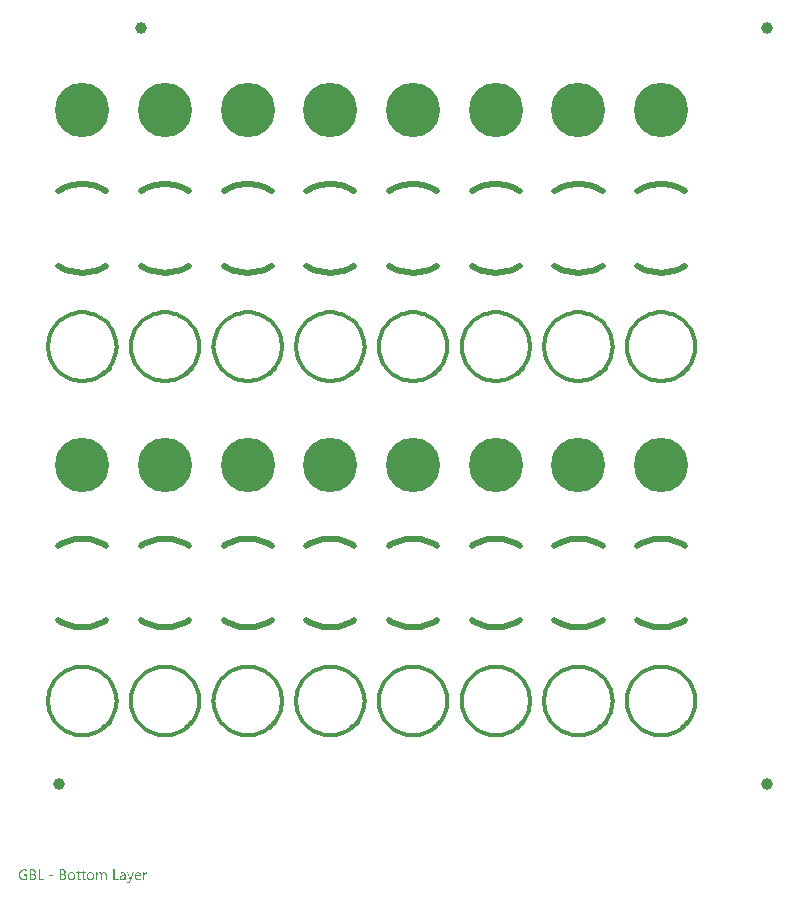
<source format=gbl>
G04*
G04 #@! TF.GenerationSoftware,Altium Limited,Altium Designer,22.11.1 (43)*
G04*
G04 Layer_Physical_Order=2*
G04 Layer_Color=16711680*
%FSLAX44Y44*%
%MOMM*%
G71*
G04*
G04 #@! TF.SameCoordinates,8AD1E97E-50D3-4F0F-8D34-8AA03B0C27D3*
G04*
G04*
G04 #@! TF.FilePolarity,Positive*
G04*
G01*
G75*
%ADD12C,0.5000*%
%ADD13C,1.0000*%
%ADD15C,0.5000*%
%ADD17C,0.3500*%
%ADD18C,0.3500*%
%ADD19C,4.6000*%
G36*
X-188856Y-242441D02*
X-188730Y-242449D01*
X-188581Y-242456D01*
X-188424Y-242472D01*
X-188244Y-242496D01*
X-188055Y-242519D01*
X-187859Y-242551D01*
X-187655Y-242590D01*
X-187451Y-242637D01*
X-187247Y-242692D01*
X-187043Y-242755D01*
X-186839Y-242825D01*
X-186651Y-242912D01*
X-186651Y-244065D01*
X-186666Y-244058D01*
X-186698Y-244034D01*
X-186760Y-244003D01*
X-186839Y-243956D01*
X-186949Y-243909D01*
X-187074Y-243846D01*
X-187216Y-243791D01*
X-187380Y-243720D01*
X-187553Y-243657D01*
X-187749Y-243595D01*
X-187961Y-243540D01*
X-188189Y-243493D01*
X-188432Y-243445D01*
X-188683Y-243414D01*
X-188942Y-243391D01*
X-189217Y-243383D01*
X-189280Y-243383D01*
X-189358Y-243391D01*
X-189468Y-243398D01*
X-189594Y-243414D01*
X-189743Y-243438D01*
X-189908Y-243469D01*
X-190088Y-243508D01*
X-190277Y-243563D01*
X-190473Y-243634D01*
X-190677Y-243720D01*
X-190889Y-243822D01*
X-191093Y-243940D01*
X-191289Y-244073D01*
X-191485Y-244238D01*
X-191674Y-244419D01*
X-191681Y-244426D01*
X-191713Y-244466D01*
X-191760Y-244521D01*
X-191823Y-244607D01*
X-191893Y-244709D01*
X-191980Y-244827D01*
X-192066Y-244976D01*
X-192152Y-245141D01*
X-192239Y-245321D01*
X-192325Y-245525D01*
X-192411Y-245745D01*
X-192482Y-245980D01*
X-192545Y-246232D01*
X-192592Y-246499D01*
X-192623Y-246789D01*
X-192631Y-247087D01*
X-192631Y-247095D01*
X-192631Y-247103D01*
X-192631Y-247126D01*
X-192631Y-247158D01*
X-192631Y-247205D01*
X-192623Y-247252D01*
X-192615Y-247370D01*
X-192608Y-247511D01*
X-192584Y-247676D01*
X-192561Y-247856D01*
X-192521Y-248053D01*
X-192474Y-248265D01*
X-192411Y-248484D01*
X-192341Y-248704D01*
X-192254Y-248932D01*
X-192152Y-249151D01*
X-192035Y-249363D01*
X-191901Y-249567D01*
X-191744Y-249756D01*
X-191736Y-249764D01*
X-191705Y-249795D01*
X-191650Y-249842D01*
X-191579Y-249905D01*
X-191493Y-249975D01*
X-191383Y-250062D01*
X-191258Y-250148D01*
X-191108Y-250235D01*
X-190944Y-250329D01*
X-190763Y-250415D01*
X-190567Y-250494D01*
X-190347Y-250572D01*
X-190120Y-250635D01*
X-189868Y-250682D01*
X-189609Y-250713D01*
X-189327Y-250721D01*
X-189225Y-250721D01*
X-189154Y-250713D01*
X-189060Y-250705D01*
X-188958Y-250697D01*
X-188840Y-250690D01*
X-188707Y-250666D01*
X-188573Y-250651D01*
X-188424Y-250619D01*
X-188126Y-250548D01*
X-187969Y-250501D01*
X-187820Y-250438D01*
X-187671Y-250376D01*
X-187522Y-250305D01*
X-187522Y-247801D01*
X-189476Y-247801D01*
X-189476Y-246852D01*
X-186470Y-246852D01*
X-186470Y-250902D01*
X-186486Y-250910D01*
X-186533Y-250933D01*
X-186603Y-250972D01*
X-186705Y-251019D01*
X-186831Y-251074D01*
X-186980Y-251137D01*
X-187153Y-251208D01*
X-187349Y-251278D01*
X-187561Y-251349D01*
X-187796Y-251420D01*
X-188040Y-251482D01*
X-188299Y-251537D01*
X-188573Y-251584D01*
X-188864Y-251624D01*
X-189154Y-251647D01*
X-189460Y-251655D01*
X-189547Y-251655D01*
X-189586Y-251647D01*
X-189641Y-251647D01*
X-189704Y-251639D01*
X-189774Y-251639D01*
X-189939Y-251616D01*
X-190127Y-251592D01*
X-190331Y-251553D01*
X-190559Y-251498D01*
X-190802Y-251435D01*
X-191054Y-251357D01*
X-191313Y-251255D01*
X-191572Y-251137D01*
X-191831Y-250996D01*
X-192082Y-250831D01*
X-192325Y-250643D01*
X-192553Y-250431D01*
X-192568Y-250415D01*
X-192600Y-250376D01*
X-192663Y-250305D01*
X-192733Y-250203D01*
X-192827Y-250085D01*
X-192922Y-249936D01*
X-193031Y-249756D01*
X-193141Y-249559D01*
X-193251Y-249340D01*
X-193361Y-249089D01*
X-193455Y-248822D01*
X-193549Y-248531D01*
X-193620Y-248225D01*
X-193683Y-247888D01*
X-193714Y-247535D01*
X-193730Y-247166D01*
X-193730Y-247158D01*
X-193730Y-247142D01*
X-193730Y-247111D01*
X-193730Y-247071D01*
X-193722Y-247024D01*
X-193722Y-246962D01*
X-193714Y-246899D01*
X-193706Y-246820D01*
X-193699Y-246734D01*
X-193691Y-246648D01*
X-193659Y-246444D01*
X-193620Y-246208D01*
X-193565Y-245965D01*
X-193494Y-245698D01*
X-193408Y-245423D01*
X-193306Y-245141D01*
X-193181Y-244858D01*
X-193023Y-244576D01*
X-192851Y-244293D01*
X-192647Y-244026D01*
X-192419Y-243767D01*
X-192404Y-243752D01*
X-192356Y-243712D01*
X-192286Y-243642D01*
X-192184Y-243555D01*
X-192050Y-243461D01*
X-191901Y-243343D01*
X-191721Y-243226D01*
X-191509Y-243100D01*
X-191281Y-242974D01*
X-191030Y-242857D01*
X-190763Y-242739D01*
X-190465Y-242645D01*
X-190151Y-242558D01*
X-189821Y-242488D01*
X-189468Y-242449D01*
X-189099Y-242433D01*
X-188958Y-242433D01*
X-188856Y-242441D01*
X-188856Y-242441D02*
G37*
G36*
X-121232Y-244992D02*
X-121185Y-244992D01*
X-121130Y-245000D01*
X-120997Y-245023D01*
X-120840Y-245062D01*
X-120659Y-245117D01*
X-120471Y-245203D01*
X-120275Y-245306D01*
X-120173Y-245376D01*
X-120079Y-245447D01*
X-119985Y-245525D01*
X-119890Y-245620D01*
X-119796Y-245721D01*
X-119710Y-245831D01*
X-119631Y-245949D01*
X-119553Y-246083D01*
X-119482Y-246224D01*
X-119419Y-246381D01*
X-119364Y-246546D01*
X-119310Y-246726D01*
X-119278Y-246915D01*
X-119247Y-247126D01*
X-119231Y-247346D01*
X-119223Y-247582D01*
X-119223Y-251506D01*
X-120244Y-251506D01*
X-120244Y-247848D01*
X-120244Y-247833D01*
X-120244Y-247801D01*
X-120244Y-247747D01*
X-120251Y-247676D01*
X-120251Y-247589D01*
X-120259Y-247488D01*
X-120267Y-247378D01*
X-120283Y-247260D01*
X-120322Y-247009D01*
X-120385Y-246758D01*
X-120416Y-246632D01*
X-120463Y-246522D01*
X-120518Y-246412D01*
X-120573Y-246318D01*
X-120573Y-246310D01*
X-120589Y-246294D01*
X-120604Y-246271D01*
X-120636Y-246247D01*
X-120667Y-246208D01*
X-120714Y-246169D01*
X-120769Y-246130D01*
X-120832Y-246083D01*
X-120903Y-246035D01*
X-120981Y-245996D01*
X-121075Y-245957D01*
X-121170Y-245918D01*
X-121279Y-245894D01*
X-121405Y-245871D01*
X-121531Y-245855D01*
X-121672Y-245847D01*
X-121735Y-245847D01*
X-121782Y-245855D01*
X-121837Y-245863D01*
X-121899Y-245879D01*
X-122057Y-245918D01*
X-122143Y-245949D01*
X-122229Y-245996D01*
X-122323Y-246043D01*
X-122410Y-246098D01*
X-122504Y-246169D01*
X-122598Y-246247D01*
X-122692Y-246342D01*
X-122779Y-246444D01*
X-122786Y-246451D01*
X-122794Y-246467D01*
X-122818Y-246506D01*
X-122849Y-246546D01*
X-122881Y-246608D01*
X-122920Y-246679D01*
X-122967Y-246758D01*
X-123006Y-246844D01*
X-123045Y-246946D01*
X-123092Y-247056D01*
X-123132Y-247174D01*
X-123163Y-247299D01*
X-123195Y-247432D01*
X-123210Y-247574D01*
X-123226Y-247715D01*
X-123234Y-247872D01*
X-123234Y-251506D01*
X-124254Y-251506D01*
X-124254Y-247723D01*
X-124254Y-247715D01*
X-124254Y-247699D01*
X-124254Y-247676D01*
X-124254Y-247644D01*
X-124262Y-247597D01*
X-124262Y-247550D01*
X-124278Y-247432D01*
X-124301Y-247291D01*
X-124333Y-247126D01*
X-124372Y-246962D01*
X-124435Y-246781D01*
X-124513Y-246608D01*
X-124607Y-246444D01*
X-124725Y-246279D01*
X-124866Y-246138D01*
X-125031Y-246020D01*
X-125125Y-245973D01*
X-125227Y-245926D01*
X-125337Y-245894D01*
X-125447Y-245871D01*
X-125573Y-245855D01*
X-125706Y-245847D01*
X-125769Y-245847D01*
X-125816Y-245855D01*
X-125879Y-245863D01*
X-125942Y-245879D01*
X-126098Y-245918D01*
X-126185Y-245949D01*
X-126271Y-245988D01*
X-126365Y-246028D01*
X-126460Y-246083D01*
X-126554Y-246153D01*
X-126648Y-246224D01*
X-126734Y-246310D01*
X-126821Y-246412D01*
X-126828Y-246420D01*
X-126836Y-246436D01*
X-126860Y-246467D01*
X-126891Y-246514D01*
X-126923Y-246569D01*
X-126954Y-246632D01*
X-126993Y-246710D01*
X-127032Y-246805D01*
X-127080Y-246907D01*
X-127119Y-247017D01*
X-127150Y-247134D01*
X-127182Y-247260D01*
X-127213Y-247401D01*
X-127237Y-247550D01*
X-127244Y-247707D01*
X-127252Y-247872D01*
X-127252Y-251506D01*
X-128273Y-251506D01*
X-128273Y-245133D01*
X-127252Y-245133D01*
X-127252Y-246145D01*
X-127229Y-246145D01*
X-127221Y-246130D01*
X-127197Y-246098D01*
X-127158Y-246035D01*
X-127103Y-245965D01*
X-127032Y-245879D01*
X-126946Y-245777D01*
X-126844Y-245674D01*
X-126726Y-245565D01*
X-126593Y-245455D01*
X-126444Y-245353D01*
X-126279Y-245251D01*
X-126106Y-245164D01*
X-125910Y-245094D01*
X-125698Y-245031D01*
X-125478Y-245000D01*
X-125243Y-244984D01*
X-125180Y-244984D01*
X-125133Y-244992D01*
X-125078Y-244992D01*
X-125008Y-245000D01*
X-124937Y-245015D01*
X-124858Y-245031D01*
X-124678Y-245070D01*
X-124490Y-245141D01*
X-124301Y-245227D01*
X-124207Y-245290D01*
X-124113Y-245353D01*
X-124105Y-245361D01*
X-124089Y-245368D01*
X-124066Y-245392D01*
X-124034Y-245415D01*
X-123948Y-245502D01*
X-123846Y-245604D01*
X-123736Y-245745D01*
X-123626Y-245910D01*
X-123524Y-246098D01*
X-123446Y-246310D01*
X-123438Y-246294D01*
X-123414Y-246255D01*
X-123367Y-246185D01*
X-123312Y-246106D01*
X-123234Y-246004D01*
X-123147Y-245886D01*
X-123038Y-245769D01*
X-122912Y-245643D01*
X-122771Y-245525D01*
X-122614Y-245400D01*
X-122441Y-245290D01*
X-122253Y-245188D01*
X-122041Y-245109D01*
X-121821Y-245039D01*
X-121578Y-245000D01*
X-121327Y-244984D01*
X-121272Y-244984D01*
X-121232Y-244992D01*
X-121232Y-244992D02*
G37*
G36*
X-85631Y-245031D02*
X-85545Y-245031D01*
X-85451Y-245047D01*
X-85349Y-245062D01*
X-85247Y-245078D01*
X-85160Y-245109D01*
X-85160Y-246169D01*
X-85176Y-246161D01*
X-85207Y-246138D01*
X-85270Y-246106D01*
X-85356Y-246067D01*
X-85474Y-246028D01*
X-85600Y-245996D01*
X-85757Y-245973D01*
X-85937Y-245965D01*
X-86000Y-245965D01*
X-86047Y-245973D01*
X-86102Y-245980D01*
X-86165Y-245996D01*
X-86314Y-246043D01*
X-86400Y-246075D01*
X-86487Y-246114D01*
X-86581Y-246169D01*
X-86675Y-246224D01*
X-86761Y-246294D01*
X-86855Y-246381D01*
X-86942Y-246475D01*
X-87028Y-246585D01*
X-87036Y-246593D01*
X-87044Y-246616D01*
X-87067Y-246648D01*
X-87099Y-246695D01*
X-87130Y-246758D01*
X-87170Y-246836D01*
X-87209Y-246922D01*
X-87248Y-247024D01*
X-87287Y-247134D01*
X-87326Y-247260D01*
X-87366Y-247401D01*
X-87397Y-247550D01*
X-87429Y-247715D01*
X-87452Y-247888D01*
X-87460Y-248068D01*
X-87468Y-248265D01*
X-87468Y-251506D01*
X-88488Y-251506D01*
X-88488Y-245133D01*
X-87468Y-245133D01*
X-87468Y-246451D01*
X-87444Y-246451D01*
X-87444Y-246444D01*
X-87436Y-246420D01*
X-87421Y-246389D01*
X-87405Y-246342D01*
X-87381Y-246287D01*
X-87350Y-246216D01*
X-87279Y-246067D01*
X-87185Y-245894D01*
X-87067Y-245721D01*
X-86934Y-245557D01*
X-86777Y-245400D01*
X-86769Y-245392D01*
X-86754Y-245384D01*
X-86730Y-245368D01*
X-86699Y-245337D01*
X-86659Y-245313D01*
X-86604Y-245282D01*
X-86487Y-245211D01*
X-86337Y-245141D01*
X-86165Y-245078D01*
X-85976Y-245039D01*
X-85875Y-245031D01*
X-85772Y-245023D01*
X-85710Y-245023D01*
X-85631Y-245031D01*
X-85631Y-245031D02*
G37*
G36*
X-164478Y-248359D02*
X-167877Y-248359D01*
X-167877Y-247558D01*
X-164478Y-247558D01*
X-164478Y-248359D01*
X-164478Y-248359D02*
G37*
G36*
X-99178Y-252526D02*
X-99178Y-252534D01*
X-99186Y-252550D01*
X-99201Y-252573D01*
X-99217Y-252613D01*
X-99233Y-252660D01*
X-99256Y-252707D01*
X-99319Y-252832D01*
X-99405Y-252981D01*
X-99500Y-253154D01*
X-99617Y-253327D01*
X-99751Y-253515D01*
X-99900Y-253696D01*
X-100065Y-253876D01*
X-100245Y-254049D01*
X-100442Y-254198D01*
X-100653Y-254324D01*
X-100763Y-254371D01*
X-100881Y-254418D01*
X-100999Y-254457D01*
X-101124Y-254481D01*
X-101250Y-254496D01*
X-101383Y-254504D01*
X-101446Y-254504D01*
X-101525Y-254496D01*
X-101619Y-254496D01*
X-101721Y-254481D01*
X-101831Y-254465D01*
X-101948Y-254449D01*
X-102050Y-254418D01*
X-102050Y-253507D01*
X-102035Y-253515D01*
X-101995Y-253523D01*
X-101933Y-253539D01*
X-101854Y-253562D01*
X-101760Y-253586D01*
X-101658Y-253601D01*
X-101548Y-253609D01*
X-101446Y-253617D01*
X-101415Y-253617D01*
X-101375Y-253609D01*
X-101320Y-253601D01*
X-101258Y-253586D01*
X-101179Y-253570D01*
X-101101Y-253539D01*
X-101007Y-253500D01*
X-100920Y-253452D01*
X-100818Y-253390D01*
X-100724Y-253319D01*
X-100630Y-253233D01*
X-100536Y-253123D01*
X-100442Y-253005D01*
X-100363Y-252864D01*
X-100285Y-252699D01*
X-99774Y-251498D01*
X-102262Y-245133D01*
X-101132Y-245133D01*
X-99405Y-250038D01*
X-99405Y-250046D01*
X-99398Y-250062D01*
X-99390Y-250085D01*
X-99374Y-250132D01*
X-99358Y-250195D01*
X-99343Y-250282D01*
X-99311Y-250391D01*
X-99280Y-250525D01*
X-99241Y-250525D01*
X-99241Y-250517D01*
X-99233Y-250494D01*
X-99225Y-250462D01*
X-99209Y-250407D01*
X-99193Y-250344D01*
X-99178Y-250266D01*
X-99146Y-250164D01*
X-99115Y-250054D01*
X-97302Y-245133D01*
X-96250Y-245133D01*
X-99178Y-252526D01*
X-99178Y-252526D02*
G37*
G36*
X-105394Y-244992D02*
X-105339Y-244992D01*
X-105284Y-245000D01*
X-105213Y-245007D01*
X-105135Y-245023D01*
X-104970Y-245054D01*
X-104774Y-245109D01*
X-104578Y-245180D01*
X-104366Y-245282D01*
X-104154Y-245408D01*
X-104052Y-245478D01*
X-103950Y-245565D01*
X-103856Y-245659D01*
X-103761Y-245753D01*
X-103675Y-245863D01*
X-103597Y-245988D01*
X-103518Y-246114D01*
X-103448Y-246255D01*
X-103392Y-246412D01*
X-103338Y-246577D01*
X-103298Y-246750D01*
X-103267Y-246946D01*
X-103251Y-247142D01*
X-103243Y-247362D01*
X-103243Y-251506D01*
X-104264Y-251506D01*
X-104264Y-250517D01*
X-104287Y-250517D01*
X-104295Y-250533D01*
X-104319Y-250564D01*
X-104358Y-250619D01*
X-104413Y-250697D01*
X-104483Y-250784D01*
X-104570Y-250878D01*
X-104664Y-250980D01*
X-104782Y-251082D01*
X-104915Y-251192D01*
X-105056Y-251294D01*
X-105221Y-251388D01*
X-105394Y-251475D01*
X-105590Y-251553D01*
X-105794Y-251608D01*
X-106014Y-251639D01*
X-106249Y-251655D01*
X-106344Y-251655D01*
X-106406Y-251647D01*
X-106485Y-251639D01*
X-106579Y-251632D01*
X-106681Y-251616D01*
X-106791Y-251592D01*
X-107034Y-251530D01*
X-107152Y-251490D01*
X-107278Y-251443D01*
X-107403Y-251388D01*
X-107521Y-251318D01*
X-107631Y-251239D01*
X-107741Y-251153D01*
X-107748Y-251145D01*
X-107764Y-251129D01*
X-107788Y-251098D01*
X-107827Y-251059D01*
X-107866Y-251012D01*
X-107906Y-250949D01*
X-107960Y-250878D01*
X-108007Y-250800D01*
X-108055Y-250705D01*
X-108102Y-250603D01*
X-108149Y-250494D01*
X-108188Y-250376D01*
X-108227Y-250250D01*
X-108251Y-250117D01*
X-108266Y-249968D01*
X-108274Y-249818D01*
X-108274Y-249811D01*
X-108274Y-249795D01*
X-108274Y-249771D01*
X-108266Y-249740D01*
X-108266Y-249701D01*
X-108259Y-249654D01*
X-108243Y-249536D01*
X-108212Y-249395D01*
X-108165Y-249238D01*
X-108102Y-249065D01*
X-108007Y-248885D01*
X-107898Y-248704D01*
X-107764Y-248524D01*
X-107678Y-248437D01*
X-107591Y-248351D01*
X-107490Y-248265D01*
X-107388Y-248186D01*
X-107270Y-248107D01*
X-107144Y-248037D01*
X-107011Y-247974D01*
X-106862Y-247911D01*
X-106705Y-247856D01*
X-106540Y-247809D01*
X-106359Y-247770D01*
X-106171Y-247739D01*
X-104264Y-247472D01*
X-104264Y-247464D01*
X-104264Y-247456D01*
X-104264Y-247432D01*
X-104264Y-247401D01*
X-104272Y-247323D01*
X-104287Y-247221D01*
X-104303Y-247095D01*
X-104334Y-246954D01*
X-104374Y-246812D01*
X-104429Y-246656D01*
X-104499Y-246506D01*
X-104586Y-246357D01*
X-104688Y-246224D01*
X-104813Y-246098D01*
X-104970Y-245996D01*
X-105143Y-245918D01*
X-105237Y-245886D01*
X-105347Y-245863D01*
X-105457Y-245855D01*
X-105574Y-245847D01*
X-105629Y-245847D01*
X-105684Y-245855D01*
X-105771Y-245863D01*
X-105873Y-245871D01*
X-105990Y-245886D01*
X-106124Y-245910D01*
X-106265Y-245941D01*
X-106422Y-245988D01*
X-106587Y-246035D01*
X-106760Y-246098D01*
X-106940Y-246177D01*
X-107121Y-246271D01*
X-107301Y-246373D01*
X-107482Y-246491D01*
X-107654Y-246632D01*
X-107654Y-245588D01*
X-107647Y-245580D01*
X-107615Y-245565D01*
X-107560Y-245533D01*
X-107490Y-245494D01*
X-107395Y-245447D01*
X-107293Y-245400D01*
X-107168Y-245345D01*
X-107026Y-245282D01*
X-106877Y-245227D01*
X-106713Y-245172D01*
X-106532Y-245125D01*
X-106344Y-245078D01*
X-106139Y-245039D01*
X-105935Y-245007D01*
X-105716Y-244992D01*
X-105488Y-244984D01*
X-105433Y-244984D01*
X-105394Y-244992D01*
X-105394Y-244992D02*
G37*
G36*
X-112615Y-250564D02*
X-109028Y-250564D01*
X-109028Y-251506D01*
X-113659Y-251506D01*
X-113659Y-242582D01*
X-112615Y-242582D01*
X-112615Y-250564D01*
X-112615Y-250564D02*
G37*
G36*
X-156284Y-242590D02*
X-156190Y-242598D01*
X-156080Y-242614D01*
X-155955Y-242629D01*
X-155813Y-242653D01*
X-155672Y-242684D01*
X-155523Y-242723D01*
X-155366Y-242771D01*
X-155217Y-242825D01*
X-155060Y-242888D01*
X-154919Y-242967D01*
X-154777Y-243053D01*
X-154644Y-243155D01*
X-154636Y-243163D01*
X-154613Y-243179D01*
X-154581Y-243210D01*
X-154542Y-243257D01*
X-154487Y-243312D01*
X-154432Y-243383D01*
X-154369Y-243461D01*
X-154306Y-243547D01*
X-154244Y-243650D01*
X-154181Y-243759D01*
X-154126Y-243885D01*
X-154071Y-244011D01*
X-154032Y-244152D01*
X-154000Y-244301D01*
X-153977Y-244458D01*
X-153969Y-244623D01*
X-153969Y-244631D01*
X-153969Y-244654D01*
X-153969Y-244693D01*
X-153977Y-244748D01*
X-153985Y-244819D01*
X-153993Y-244890D01*
X-154000Y-244976D01*
X-154016Y-245070D01*
X-154071Y-245282D01*
X-154142Y-245502D01*
X-154189Y-245620D01*
X-154244Y-245729D01*
X-154306Y-245839D01*
X-154377Y-245949D01*
X-154385Y-245957D01*
X-154393Y-245973D01*
X-154416Y-246004D01*
X-154455Y-246043D01*
X-154495Y-246083D01*
X-154542Y-246138D01*
X-154605Y-246192D01*
X-154667Y-246255D01*
X-154746Y-246318D01*
X-154832Y-246389D01*
X-154926Y-246451D01*
X-155028Y-246522D01*
X-155138Y-246585D01*
X-155248Y-246640D01*
X-155507Y-246742D01*
X-155507Y-246765D01*
X-155499Y-246765D01*
X-155468Y-246773D01*
X-155421Y-246781D01*
X-155358Y-246789D01*
X-155280Y-246805D01*
X-155193Y-246828D01*
X-155091Y-246860D01*
X-154989Y-246891D01*
X-154762Y-246977D01*
X-154636Y-247032D01*
X-154518Y-247103D01*
X-154401Y-247174D01*
X-154283Y-247252D01*
X-154165Y-247346D01*
X-154063Y-247448D01*
X-154055Y-247456D01*
X-154039Y-247472D01*
X-154016Y-247503D01*
X-153977Y-247550D01*
X-153938Y-247613D01*
X-153890Y-247676D01*
X-153843Y-247762D01*
X-153788Y-247848D01*
X-153741Y-247950D01*
X-153694Y-248068D01*
X-153647Y-248186D01*
X-153608Y-248319D01*
X-153569Y-248468D01*
X-153545Y-248618D01*
X-153529Y-248775D01*
X-153521Y-248947D01*
X-153521Y-248963D01*
X-153521Y-248994D01*
X-153529Y-249057D01*
X-153537Y-249136D01*
X-153545Y-249238D01*
X-153569Y-249348D01*
X-153592Y-249473D01*
X-153624Y-249607D01*
X-153671Y-249756D01*
X-153726Y-249905D01*
X-153788Y-250054D01*
X-153867Y-250211D01*
X-153961Y-250368D01*
X-154071Y-250517D01*
X-154197Y-250658D01*
X-154346Y-250800D01*
X-154354Y-250807D01*
X-154385Y-250831D01*
X-154432Y-250862D01*
X-154495Y-250910D01*
X-154573Y-250964D01*
X-154675Y-251019D01*
X-154785Y-251090D01*
X-154911Y-251153D01*
X-155060Y-251216D01*
X-155217Y-251278D01*
X-155382Y-251341D01*
X-155570Y-251396D01*
X-155766Y-251443D01*
X-155970Y-251475D01*
X-156190Y-251498D01*
X-156418Y-251506D01*
X-159016Y-251506D01*
X-159016Y-242582D01*
X-156371Y-242582D01*
X-156284Y-242590D01*
X-156284Y-242590D02*
G37*
G36*
X-176047Y-250564D02*
X-172460Y-250564D01*
X-172460Y-251506D01*
X-177091Y-251506D01*
X-177091Y-242582D01*
X-176047Y-242582D01*
X-176047Y-250564D01*
X-176047Y-250564D02*
G37*
G36*
X-181667Y-242590D02*
X-181572Y-242598D01*
X-181463Y-242614D01*
X-181337Y-242629D01*
X-181196Y-242653D01*
X-181054Y-242684D01*
X-180905Y-242723D01*
X-180748Y-242771D01*
X-180599Y-242825D01*
X-180442Y-242888D01*
X-180301Y-242967D01*
X-180160Y-243053D01*
X-180026Y-243155D01*
X-180018Y-243163D01*
X-179995Y-243179D01*
X-179963Y-243210D01*
X-179924Y-243257D01*
X-179869Y-243312D01*
X-179814Y-243383D01*
X-179752Y-243461D01*
X-179689Y-243547D01*
X-179626Y-243650D01*
X-179563Y-243759D01*
X-179508Y-243885D01*
X-179453Y-244011D01*
X-179414Y-244152D01*
X-179383Y-244301D01*
X-179359Y-244458D01*
X-179351Y-244623D01*
X-179351Y-244631D01*
X-179351Y-244654D01*
X-179351Y-244693D01*
X-179359Y-244748D01*
X-179367Y-244819D01*
X-179375Y-244890D01*
X-179383Y-244976D01*
X-179398Y-245070D01*
X-179453Y-245282D01*
X-179524Y-245502D01*
X-179571Y-245620D01*
X-179626Y-245729D01*
X-179689Y-245839D01*
X-179759Y-245949D01*
X-179767Y-245957D01*
X-179775Y-245973D01*
X-179799Y-246004D01*
X-179838Y-246043D01*
X-179877Y-246083D01*
X-179924Y-246138D01*
X-179987Y-246192D01*
X-180050Y-246255D01*
X-180128Y-246318D01*
X-180215Y-246389D01*
X-180309Y-246451D01*
X-180411Y-246522D01*
X-180521Y-246585D01*
X-180631Y-246640D01*
X-180890Y-246742D01*
X-180890Y-246765D01*
X-180882Y-246765D01*
X-180850Y-246773D01*
X-180803Y-246781D01*
X-180741Y-246789D01*
X-180662Y-246805D01*
X-180576Y-246828D01*
X-180474Y-246860D01*
X-180372Y-246891D01*
X-180144Y-246977D01*
X-180018Y-247032D01*
X-179901Y-247103D01*
X-179783Y-247174D01*
X-179665Y-247252D01*
X-179548Y-247346D01*
X-179445Y-247448D01*
X-179438Y-247456D01*
X-179422Y-247472D01*
X-179398Y-247503D01*
X-179359Y-247550D01*
X-179320Y-247613D01*
X-179273Y-247676D01*
X-179226Y-247762D01*
X-179171Y-247848D01*
X-179124Y-247950D01*
X-179077Y-248068D01*
X-179030Y-248186D01*
X-178990Y-248319D01*
X-178951Y-248468D01*
X-178927Y-248618D01*
X-178912Y-248775D01*
X-178904Y-248947D01*
X-178904Y-248963D01*
X-178904Y-248994D01*
X-178912Y-249057D01*
X-178920Y-249136D01*
X-178927Y-249238D01*
X-178951Y-249348D01*
X-178974Y-249473D01*
X-179006Y-249607D01*
X-179053Y-249756D01*
X-179108Y-249905D01*
X-179171Y-250054D01*
X-179249Y-250211D01*
X-179343Y-250368D01*
X-179453Y-250517D01*
X-179579Y-250658D01*
X-179728Y-250800D01*
X-179736Y-250807D01*
X-179767Y-250831D01*
X-179814Y-250862D01*
X-179877Y-250910D01*
X-179956Y-250964D01*
X-180058Y-251019D01*
X-180168Y-251090D01*
X-180293Y-251153D01*
X-180442Y-251216D01*
X-180599Y-251278D01*
X-180764Y-251341D01*
X-180952Y-251396D01*
X-181149Y-251443D01*
X-181353Y-251475D01*
X-181572Y-251498D01*
X-181800Y-251506D01*
X-184398Y-251506D01*
X-184398Y-242582D01*
X-181753Y-242582D01*
X-181667Y-242590D01*
X-181667Y-242590D02*
G37*
G36*
X-138711Y-245133D02*
X-137102Y-245133D01*
X-137102Y-246012D01*
X-138711Y-246012D01*
X-138711Y-249599D01*
X-138711Y-249607D01*
X-138711Y-249630D01*
X-138711Y-249662D01*
X-138711Y-249701D01*
X-138703Y-249756D01*
X-138695Y-249818D01*
X-138680Y-249952D01*
X-138656Y-250109D01*
X-138617Y-250258D01*
X-138562Y-250399D01*
X-138531Y-250462D01*
X-138491Y-250517D01*
X-138484Y-250525D01*
X-138452Y-250556D01*
X-138397Y-250603D01*
X-138319Y-250651D01*
X-138217Y-250705D01*
X-138091Y-250745D01*
X-137942Y-250776D01*
X-137769Y-250792D01*
X-137707Y-250792D01*
X-137636Y-250784D01*
X-137542Y-250768D01*
X-137440Y-250737D01*
X-137322Y-250705D01*
X-137212Y-250651D01*
X-137102Y-250580D01*
X-137102Y-251451D01*
X-137110Y-251451D01*
X-137118Y-251459D01*
X-137142Y-251467D01*
X-137165Y-251482D01*
X-137251Y-251514D01*
X-137353Y-251545D01*
X-137495Y-251577D01*
X-137660Y-251608D01*
X-137848Y-251632D01*
X-138060Y-251639D01*
X-138130Y-251639D01*
X-138217Y-251624D01*
X-138319Y-251608D01*
X-138444Y-251584D01*
X-138586Y-251537D01*
X-138743Y-251482D01*
X-138892Y-251404D01*
X-139049Y-251310D01*
X-139206Y-251184D01*
X-139347Y-251035D01*
X-139410Y-250949D01*
X-139473Y-250854D01*
X-139528Y-250753D01*
X-139575Y-250643D01*
X-139622Y-250525D01*
X-139661Y-250391D01*
X-139692Y-250258D01*
X-139716Y-250109D01*
X-139724Y-249952D01*
X-139732Y-249779D01*
X-139732Y-246012D01*
X-140822Y-246012D01*
X-140822Y-245133D01*
X-139732Y-245133D01*
X-139732Y-243579D01*
X-138711Y-243249D01*
X-138711Y-245133D01*
X-138711Y-245133D02*
G37*
G36*
X-143028Y-245133D02*
X-141419Y-245133D01*
X-141419Y-246012D01*
X-143028Y-246012D01*
X-143028Y-249599D01*
X-143028Y-249607D01*
X-143028Y-249630D01*
X-143028Y-249662D01*
X-143028Y-249701D01*
X-143020Y-249756D01*
X-143012Y-249818D01*
X-142997Y-249952D01*
X-142973Y-250109D01*
X-142934Y-250258D01*
X-142879Y-250399D01*
X-142847Y-250462D01*
X-142808Y-250517D01*
X-142800Y-250525D01*
X-142769Y-250556D01*
X-142714Y-250603D01*
X-142635Y-250651D01*
X-142534Y-250705D01*
X-142408Y-250745D01*
X-142259Y-250776D01*
X-142086Y-250792D01*
X-142023Y-250792D01*
X-141953Y-250784D01*
X-141859Y-250768D01*
X-141756Y-250737D01*
X-141639Y-250705D01*
X-141529Y-250651D01*
X-141419Y-250580D01*
X-141419Y-251451D01*
X-141427Y-251451D01*
X-141435Y-251459D01*
X-141458Y-251467D01*
X-141482Y-251482D01*
X-141568Y-251514D01*
X-141670Y-251545D01*
X-141811Y-251577D01*
X-141976Y-251608D01*
X-142165Y-251632D01*
X-142376Y-251639D01*
X-142447Y-251639D01*
X-142534Y-251624D01*
X-142635Y-251608D01*
X-142761Y-251584D01*
X-142902Y-251537D01*
X-143059Y-251482D01*
X-143209Y-251404D01*
X-143365Y-251310D01*
X-143522Y-251184D01*
X-143664Y-251035D01*
X-143727Y-250949D01*
X-143789Y-250854D01*
X-143844Y-250753D01*
X-143891Y-250643D01*
X-143938Y-250525D01*
X-143978Y-250391D01*
X-144009Y-250258D01*
X-144033Y-250109D01*
X-144040Y-249952D01*
X-144048Y-249779D01*
X-144048Y-246012D01*
X-145139Y-246012D01*
X-145139Y-245133D01*
X-144048Y-245133D01*
X-144048Y-243579D01*
X-143028Y-243249D01*
X-143028Y-245133D01*
X-143028Y-245133D02*
G37*
G36*
X-92530Y-244992D02*
X-92444Y-245000D01*
X-92334Y-245007D01*
X-92216Y-245023D01*
X-92083Y-245054D01*
X-91941Y-245086D01*
X-91784Y-245125D01*
X-91628Y-245180D01*
X-91470Y-245251D01*
X-91306Y-245329D01*
X-91149Y-245423D01*
X-91000Y-245533D01*
X-90850Y-245659D01*
X-90717Y-245800D01*
X-90709Y-245808D01*
X-90686Y-245839D01*
X-90654Y-245886D01*
X-90607Y-245949D01*
X-90560Y-246028D01*
X-90497Y-246130D01*
X-90435Y-246247D01*
X-90372Y-246381D01*
X-90309Y-246538D01*
X-90246Y-246703D01*
X-90183Y-246891D01*
X-90136Y-247087D01*
X-90089Y-247307D01*
X-90058Y-247535D01*
X-90034Y-247786D01*
X-90026Y-248045D01*
X-90026Y-248578D01*
X-94531Y-248578D01*
X-94531Y-248594D01*
X-94531Y-248626D01*
X-94524Y-248680D01*
X-94516Y-248751D01*
X-94508Y-248845D01*
X-94492Y-248947D01*
X-94476Y-249057D01*
X-94445Y-249183D01*
X-94375Y-249450D01*
X-94327Y-249583D01*
X-94272Y-249724D01*
X-94210Y-249858D01*
X-94139Y-249991D01*
X-94053Y-250109D01*
X-93959Y-250227D01*
X-93951Y-250235D01*
X-93935Y-250250D01*
X-93904Y-250282D01*
X-93856Y-250313D01*
X-93801Y-250360D01*
X-93731Y-250407D01*
X-93652Y-250462D01*
X-93566Y-250509D01*
X-93464Y-250564D01*
X-93346Y-250619D01*
X-93229Y-250666D01*
X-93087Y-250713D01*
X-92946Y-250745D01*
X-92789Y-250776D01*
X-92624Y-250792D01*
X-92452Y-250800D01*
X-92404Y-250800D01*
X-92350Y-250792D01*
X-92271Y-250792D01*
X-92177Y-250776D01*
X-92067Y-250760D01*
X-91941Y-250737D01*
X-91800Y-250713D01*
X-91651Y-250674D01*
X-91494Y-250627D01*
X-91329Y-250572D01*
X-91164Y-250501D01*
X-90992Y-250423D01*
X-90819Y-250329D01*
X-90646Y-250219D01*
X-90474Y-250093D01*
X-90474Y-251051D01*
X-90482Y-251059D01*
X-90513Y-251074D01*
X-90560Y-251106D01*
X-90623Y-251145D01*
X-90709Y-251192D01*
X-90811Y-251239D01*
X-90929Y-251294D01*
X-91062Y-251349D01*
X-91219Y-251412D01*
X-91384Y-251467D01*
X-91565Y-251514D01*
X-91761Y-251561D01*
X-91973Y-251600D01*
X-92200Y-251632D01*
X-92444Y-251647D01*
X-92695Y-251655D01*
X-92758Y-251655D01*
X-92821Y-251647D01*
X-92915Y-251639D01*
X-93032Y-251632D01*
X-93166Y-251608D01*
X-93307Y-251584D01*
X-93464Y-251545D01*
X-93629Y-251498D01*
X-93801Y-251443D01*
X-93982Y-251373D01*
X-94155Y-251294D01*
X-94335Y-251192D01*
X-94500Y-251074D01*
X-94665Y-250941D01*
X-94814Y-250792D01*
X-94822Y-250784D01*
X-94845Y-250753D01*
X-94885Y-250697D01*
X-94932Y-250627D01*
X-94994Y-250541D01*
X-95057Y-250431D01*
X-95128Y-250305D01*
X-95199Y-250156D01*
X-95269Y-249999D01*
X-95340Y-249811D01*
X-95403Y-249614D01*
X-95465Y-249395D01*
X-95513Y-249159D01*
X-95552Y-248908D01*
X-95575Y-248633D01*
X-95583Y-248351D01*
X-95583Y-248343D01*
X-95583Y-248335D01*
X-95583Y-248312D01*
X-95583Y-248288D01*
X-95575Y-248209D01*
X-95568Y-248100D01*
X-95560Y-247974D01*
X-95536Y-247833D01*
X-95513Y-247668D01*
X-95481Y-247488D01*
X-95434Y-247299D01*
X-95379Y-247103D01*
X-95309Y-246899D01*
X-95230Y-246695D01*
X-95136Y-246499D01*
X-95018Y-246294D01*
X-94893Y-246106D01*
X-94743Y-245926D01*
X-94735Y-245918D01*
X-94704Y-245886D01*
X-94657Y-245839D01*
X-94594Y-245777D01*
X-94508Y-245706D01*
X-94406Y-245627D01*
X-94296Y-245541D01*
X-94163Y-245455D01*
X-94021Y-245368D01*
X-93856Y-245282D01*
X-93684Y-245203D01*
X-93503Y-245133D01*
X-93307Y-245070D01*
X-93095Y-245023D01*
X-92875Y-244992D01*
X-92648Y-244984D01*
X-92593Y-244984D01*
X-92530Y-244992D01*
X-92530Y-244992D02*
G37*
G36*
X-132793Y-244992D02*
X-132691Y-245000D01*
X-132574Y-245007D01*
X-132432Y-245031D01*
X-132283Y-245054D01*
X-132118Y-245094D01*
X-131938Y-245141D01*
X-131757Y-245196D01*
X-131577Y-245266D01*
X-131389Y-245353D01*
X-131208Y-245455D01*
X-131027Y-245572D01*
X-130863Y-245706D01*
X-130706Y-245863D01*
X-130698Y-245871D01*
X-130674Y-245902D01*
X-130635Y-245957D01*
X-130580Y-246028D01*
X-130517Y-246114D01*
X-130455Y-246224D01*
X-130376Y-246349D01*
X-130305Y-246499D01*
X-130227Y-246663D01*
X-130156Y-246844D01*
X-130093Y-247040D01*
X-130031Y-247260D01*
X-129976Y-247495D01*
X-129937Y-247747D01*
X-129913Y-248013D01*
X-129905Y-248296D01*
X-129905Y-248304D01*
X-129905Y-248312D01*
X-129905Y-248335D01*
X-129905Y-248367D01*
X-129913Y-248445D01*
X-129921Y-248547D01*
X-129929Y-248680D01*
X-129952Y-248830D01*
X-129976Y-248994D01*
X-130015Y-249175D01*
X-130062Y-249363D01*
X-130117Y-249567D01*
X-130188Y-249771D01*
X-130266Y-249975D01*
X-130368Y-250180D01*
X-130486Y-250376D01*
X-130619Y-250564D01*
X-130768Y-250745D01*
X-130776Y-250753D01*
X-130808Y-250784D01*
X-130855Y-250831D01*
X-130925Y-250886D01*
X-131012Y-250956D01*
X-131114Y-251035D01*
X-131239Y-251113D01*
X-131381Y-251200D01*
X-131538Y-251286D01*
X-131710Y-251365D01*
X-131899Y-251443D01*
X-132103Y-251514D01*
X-132330Y-251569D01*
X-132566Y-251616D01*
X-132809Y-251647D01*
X-133076Y-251655D01*
X-133139Y-251655D01*
X-133209Y-251647D01*
X-133311Y-251639D01*
X-133429Y-251632D01*
X-133570Y-251608D01*
X-133720Y-251584D01*
X-133884Y-251545D01*
X-134065Y-251498D01*
X-134245Y-251435D01*
X-134434Y-251365D01*
X-134622Y-251278D01*
X-134810Y-251176D01*
X-134999Y-251059D01*
X-135171Y-250925D01*
X-135336Y-250768D01*
X-135344Y-250760D01*
X-135376Y-250729D01*
X-135415Y-250674D01*
X-135470Y-250603D01*
X-135533Y-250517D01*
X-135603Y-250407D01*
X-135674Y-250282D01*
X-135752Y-250132D01*
X-135831Y-249975D01*
X-135909Y-249795D01*
X-135980Y-249599D01*
X-136043Y-249387D01*
X-136098Y-249167D01*
X-136137Y-248924D01*
X-136168Y-248665D01*
X-136176Y-248398D01*
X-136176Y-248390D01*
X-136176Y-248382D01*
X-136176Y-248359D01*
X-136176Y-248327D01*
X-136168Y-248241D01*
X-136160Y-248131D01*
X-136153Y-247998D01*
X-136129Y-247841D01*
X-136105Y-247668D01*
X-136066Y-247480D01*
X-136019Y-247283D01*
X-135964Y-247079D01*
X-135894Y-246867D01*
X-135807Y-246656D01*
X-135705Y-246451D01*
X-135595Y-246255D01*
X-135462Y-246067D01*
X-135305Y-245886D01*
X-135297Y-245879D01*
X-135266Y-245847D01*
X-135211Y-245800D01*
X-135140Y-245745D01*
X-135054Y-245674D01*
X-134944Y-245604D01*
X-134818Y-245518D01*
X-134677Y-245431D01*
X-134520Y-245353D01*
X-134340Y-245266D01*
X-134143Y-245196D01*
X-133931Y-245125D01*
X-133704Y-245070D01*
X-133461Y-245023D01*
X-133202Y-244992D01*
X-132927Y-244984D01*
X-132864Y-244984D01*
X-132793Y-244992D01*
X-132793Y-244992D02*
G37*
G36*
X-148899Y-244992D02*
X-148797Y-245000D01*
X-148679Y-245007D01*
X-148538Y-245031D01*
X-148389Y-245054D01*
X-148224Y-245094D01*
X-148043Y-245141D01*
X-147863Y-245196D01*
X-147682Y-245266D01*
X-147494Y-245353D01*
X-147313Y-245455D01*
X-147133Y-245572D01*
X-146968Y-245706D01*
X-146811Y-245863D01*
X-146803Y-245871D01*
X-146780Y-245902D01*
X-146740Y-245957D01*
X-146685Y-246028D01*
X-146623Y-246114D01*
X-146560Y-246224D01*
X-146481Y-246349D01*
X-146411Y-246499D01*
X-146332Y-246663D01*
X-146262Y-246844D01*
X-146199Y-247040D01*
X-146136Y-247260D01*
X-146081Y-247495D01*
X-146042Y-247747D01*
X-146018Y-248013D01*
X-146010Y-248296D01*
X-146010Y-248304D01*
X-146010Y-248312D01*
X-146010Y-248335D01*
X-146010Y-248367D01*
X-146018Y-248445D01*
X-146026Y-248547D01*
X-146034Y-248680D01*
X-146058Y-248830D01*
X-146081Y-248994D01*
X-146120Y-249175D01*
X-146167Y-249363D01*
X-146222Y-249567D01*
X-146293Y-249771D01*
X-146371Y-249975D01*
X-146474Y-250180D01*
X-146591Y-250376D01*
X-146725Y-250564D01*
X-146874Y-250745D01*
X-146882Y-250753D01*
X-146913Y-250784D01*
X-146960Y-250831D01*
X-147031Y-250886D01*
X-147117Y-250956D01*
X-147219Y-251035D01*
X-147345Y-251113D01*
X-147486Y-251200D01*
X-147643Y-251286D01*
X-147816Y-251365D01*
X-148004Y-251443D01*
X-148208Y-251514D01*
X-148436Y-251569D01*
X-148671Y-251616D01*
X-148914Y-251647D01*
X-149181Y-251655D01*
X-149244Y-251655D01*
X-149315Y-251647D01*
X-149417Y-251639D01*
X-149534Y-251632D01*
X-149676Y-251608D01*
X-149825Y-251584D01*
X-149990Y-251545D01*
X-150170Y-251498D01*
X-150351Y-251435D01*
X-150539Y-251365D01*
X-150727Y-251278D01*
X-150916Y-251176D01*
X-151104Y-251059D01*
X-151277Y-250925D01*
X-151442Y-250768D01*
X-151449Y-250760D01*
X-151481Y-250729D01*
X-151520Y-250674D01*
X-151575Y-250603D01*
X-151638Y-250517D01*
X-151708Y-250407D01*
X-151779Y-250282D01*
X-151858Y-250132D01*
X-151936Y-249975D01*
X-152015Y-249795D01*
X-152085Y-249599D01*
X-152148Y-249387D01*
X-152203Y-249167D01*
X-152242Y-248924D01*
X-152274Y-248665D01*
X-152282Y-248398D01*
X-152282Y-248390D01*
X-152282Y-248382D01*
X-152282Y-248359D01*
X-152282Y-248327D01*
X-152274Y-248241D01*
X-152266Y-248131D01*
X-152258Y-247998D01*
X-152234Y-247841D01*
X-152211Y-247668D01*
X-152172Y-247480D01*
X-152125Y-247283D01*
X-152070Y-247079D01*
X-151999Y-246867D01*
X-151913Y-246656D01*
X-151811Y-246451D01*
X-151701Y-246255D01*
X-151567Y-246067D01*
X-151410Y-245886D01*
X-151402Y-245879D01*
X-151371Y-245847D01*
X-151316Y-245800D01*
X-151245Y-245745D01*
X-151159Y-245674D01*
X-151049Y-245604D01*
X-150924Y-245518D01*
X-150782Y-245431D01*
X-150625Y-245353D01*
X-150445Y-245266D01*
X-150249Y-245196D01*
X-150037Y-245125D01*
X-149809Y-245070D01*
X-149566Y-245023D01*
X-149307Y-244992D01*
X-149032Y-244984D01*
X-148969Y-244984D01*
X-148899Y-244992D01*
X-148899Y-244992D02*
G37*
%LPC*%
G36*
X-104264Y-248288D02*
X-105802Y-248500D01*
X-105810Y-248500D01*
X-105833Y-248508D01*
X-105873Y-248508D01*
X-105920Y-248516D01*
X-105975Y-248531D01*
X-106045Y-248547D01*
X-106202Y-248578D01*
X-106375Y-248626D01*
X-106548Y-248688D01*
X-106720Y-248767D01*
X-106799Y-248806D01*
X-106869Y-248853D01*
X-106885Y-248869D01*
X-106924Y-248900D01*
X-106987Y-248963D01*
X-107050Y-249057D01*
X-107113Y-249183D01*
X-107144Y-249253D01*
X-107176Y-249332D01*
X-107199Y-249418D01*
X-107215Y-249520D01*
X-107223Y-249622D01*
X-107231Y-249740D01*
X-107231Y-249748D01*
X-107231Y-249764D01*
X-107231Y-249787D01*
X-107223Y-249818D01*
X-107215Y-249905D01*
X-107191Y-250015D01*
X-107152Y-250132D01*
X-107089Y-250266D01*
X-107011Y-250391D01*
X-106901Y-250509D01*
X-106893Y-250509D01*
X-106885Y-250525D01*
X-106838Y-250556D01*
X-106767Y-250603D01*
X-106665Y-250651D01*
X-106532Y-250705D01*
X-106383Y-250753D01*
X-106202Y-250784D01*
X-106006Y-250800D01*
X-105935Y-250800D01*
X-105880Y-250792D01*
X-105818Y-250784D01*
X-105739Y-250768D01*
X-105661Y-250753D01*
X-105567Y-250729D01*
X-105370Y-250666D01*
X-105268Y-250627D01*
X-105159Y-250572D01*
X-105056Y-250509D01*
X-104954Y-250438D01*
X-104852Y-250360D01*
X-104758Y-250266D01*
X-104750Y-250258D01*
X-104735Y-250242D01*
X-104711Y-250211D01*
X-104680Y-250172D01*
X-104641Y-250117D01*
X-104601Y-250054D01*
X-104554Y-249983D01*
X-104507Y-249897D01*
X-104468Y-249803D01*
X-104421Y-249701D01*
X-104382Y-249591D01*
X-104342Y-249473D01*
X-104311Y-249348D01*
X-104287Y-249214D01*
X-104272Y-249073D01*
X-104264Y-248924D01*
X-104264Y-248288D01*
X-104264Y-248288D02*
G37*
G36*
X-156614Y-243532D02*
X-157972Y-243532D01*
X-157972Y-246412D01*
X-156818Y-246412D01*
X-156763Y-246404D01*
X-156692Y-246397D01*
X-156606Y-246389D01*
X-156512Y-246381D01*
X-156410Y-246357D01*
X-156198Y-246310D01*
X-155970Y-246239D01*
X-155860Y-246192D01*
X-155751Y-246138D01*
X-155648Y-246075D01*
X-155554Y-246004D01*
X-155547Y-245996D01*
X-155531Y-245988D01*
X-155507Y-245957D01*
X-155476Y-245926D01*
X-155437Y-245886D01*
X-155397Y-245831D01*
X-155350Y-245769D01*
X-155303Y-245698D01*
X-155264Y-245620D01*
X-155217Y-245533D01*
X-155178Y-245439D01*
X-155138Y-245337D01*
X-155107Y-245219D01*
X-155083Y-245102D01*
X-155068Y-244968D01*
X-155060Y-244835D01*
X-155060Y-244819D01*
X-155060Y-244780D01*
X-155068Y-244717D01*
X-155083Y-244631D01*
X-155115Y-244529D01*
X-155146Y-244419D01*
X-155201Y-244301D01*
X-155272Y-244183D01*
X-155366Y-244058D01*
X-155476Y-243940D01*
X-155617Y-243830D01*
X-155782Y-243736D01*
X-155876Y-243689D01*
X-155978Y-243650D01*
X-156088Y-243618D01*
X-156206Y-243587D01*
X-156331Y-243563D01*
X-156473Y-243547D01*
X-156614Y-243532D01*
X-156614Y-243532D02*
G37*
G36*
X-156771Y-247354D02*
X-157972Y-247354D01*
X-157972Y-250564D01*
X-156465Y-250564D01*
X-156402Y-250556D01*
X-156323Y-250548D01*
X-156237Y-250541D01*
X-156135Y-250525D01*
X-156025Y-250509D01*
X-155798Y-250462D01*
X-155562Y-250384D01*
X-155444Y-250329D01*
X-155335Y-250274D01*
X-155232Y-250211D01*
X-155131Y-250132D01*
X-155123Y-250125D01*
X-155107Y-250109D01*
X-155083Y-250085D01*
X-155052Y-250054D01*
X-155013Y-250007D01*
X-154966Y-249952D01*
X-154926Y-249889D01*
X-154872Y-249818D01*
X-154824Y-249732D01*
X-154785Y-249646D01*
X-154738Y-249544D01*
X-154699Y-249442D01*
X-154667Y-249324D01*
X-154644Y-249198D01*
X-154628Y-249073D01*
X-154620Y-248932D01*
X-154620Y-248924D01*
X-154620Y-248916D01*
X-154620Y-248892D01*
X-154628Y-248861D01*
X-154636Y-248783D01*
X-154652Y-248688D01*
X-154683Y-248563D01*
X-154730Y-248429D01*
X-154801Y-248288D01*
X-154887Y-248139D01*
X-155005Y-247998D01*
X-155068Y-247927D01*
X-155146Y-247856D01*
X-155225Y-247786D01*
X-155319Y-247723D01*
X-155421Y-247660D01*
X-155531Y-247597D01*
X-155648Y-247550D01*
X-155774Y-247503D01*
X-155915Y-247456D01*
X-156065Y-247425D01*
X-156222Y-247393D01*
X-156394Y-247370D01*
X-156575Y-247362D01*
X-156771Y-247354D01*
X-156771Y-247354D02*
G37*
G36*
X-181996Y-243532D02*
X-183354Y-243532D01*
X-183354Y-246412D01*
X-182200Y-246412D01*
X-182145Y-246404D01*
X-182075Y-246397D01*
X-181988Y-246389D01*
X-181894Y-246381D01*
X-181792Y-246357D01*
X-181580Y-246310D01*
X-181353Y-246239D01*
X-181243Y-246192D01*
X-181133Y-246138D01*
X-181031Y-246075D01*
X-180937Y-246004D01*
X-180929Y-245996D01*
X-180913Y-245988D01*
X-180890Y-245957D01*
X-180858Y-245926D01*
X-180819Y-245886D01*
X-180780Y-245831D01*
X-180733Y-245769D01*
X-180686Y-245698D01*
X-180646Y-245620D01*
X-180599Y-245533D01*
X-180560Y-245439D01*
X-180521Y-245337D01*
X-180489Y-245219D01*
X-180466Y-245102D01*
X-180450Y-244968D01*
X-180442Y-244835D01*
X-180442Y-244819D01*
X-180442Y-244780D01*
X-180450Y-244717D01*
X-180466Y-244631D01*
X-180497Y-244529D01*
X-180529Y-244419D01*
X-180583Y-244301D01*
X-180654Y-244183D01*
X-180748Y-244058D01*
X-180858Y-243940D01*
X-181000Y-243830D01*
X-181164Y-243736D01*
X-181259Y-243689D01*
X-181360Y-243650D01*
X-181470Y-243618D01*
X-181588Y-243587D01*
X-181714Y-243563D01*
X-181855Y-243547D01*
X-181996Y-243532D01*
X-181996Y-243532D02*
G37*
G36*
X-182153Y-247354D02*
X-183354Y-247354D01*
X-183354Y-250564D01*
X-181847Y-250564D01*
X-181784Y-250556D01*
X-181706Y-250548D01*
X-181619Y-250541D01*
X-181518Y-250525D01*
X-181408Y-250509D01*
X-181180Y-250462D01*
X-180944Y-250384D01*
X-180827Y-250329D01*
X-180717Y-250274D01*
X-180615Y-250211D01*
X-180513Y-250132D01*
X-180505Y-250125D01*
X-180489Y-250109D01*
X-180466Y-250085D01*
X-180434Y-250054D01*
X-180395Y-250007D01*
X-180348Y-249952D01*
X-180309Y-249889D01*
X-180254Y-249818D01*
X-180207Y-249732D01*
X-180168Y-249646D01*
X-180120Y-249544D01*
X-180081Y-249442D01*
X-180050Y-249324D01*
X-180026Y-249198D01*
X-180011Y-249073D01*
X-180003Y-248932D01*
X-180003Y-248924D01*
X-180003Y-248916D01*
X-180003Y-248892D01*
X-180011Y-248861D01*
X-180018Y-248783D01*
X-180034Y-248688D01*
X-180065Y-248563D01*
X-180113Y-248429D01*
X-180183Y-248288D01*
X-180270Y-248139D01*
X-180387Y-247998D01*
X-180450Y-247927D01*
X-180529Y-247856D01*
X-180607Y-247786D01*
X-180701Y-247723D01*
X-180803Y-247660D01*
X-180913Y-247597D01*
X-181031Y-247550D01*
X-181157Y-247503D01*
X-181298Y-247456D01*
X-181447Y-247425D01*
X-181604Y-247393D01*
X-181777Y-247370D01*
X-181957Y-247362D01*
X-182153Y-247354D01*
X-182153Y-247354D02*
G37*
G36*
X-92663Y-245847D02*
X-92734Y-245847D01*
X-92781Y-245855D01*
X-92844Y-245863D01*
X-92922Y-245871D01*
X-93001Y-245886D01*
X-93087Y-245910D01*
X-93284Y-245973D01*
X-93386Y-246012D01*
X-93488Y-246067D01*
X-93590Y-246122D01*
X-93700Y-246192D01*
X-93794Y-246271D01*
X-93896Y-246365D01*
X-93904Y-246373D01*
X-93919Y-246389D01*
X-93943Y-246420D01*
X-93974Y-246459D01*
X-94014Y-246514D01*
X-94060Y-246569D01*
X-94108Y-246648D01*
X-94163Y-246726D01*
X-94218Y-246820D01*
X-94265Y-246922D01*
X-94319Y-247032D01*
X-94367Y-247150D01*
X-94414Y-247283D01*
X-94453Y-247417D01*
X-94492Y-247566D01*
X-94516Y-247715D01*
X-91070Y-247715D01*
X-91070Y-247707D01*
X-91070Y-247676D01*
X-91070Y-247629D01*
X-91078Y-247566D01*
X-91086Y-247495D01*
X-91094Y-247409D01*
X-91110Y-247315D01*
X-91125Y-247213D01*
X-91180Y-246993D01*
X-91259Y-246758D01*
X-91306Y-246648D01*
X-91361Y-246538D01*
X-91423Y-246436D01*
X-91502Y-246342D01*
X-91510Y-246334D01*
X-91518Y-246318D01*
X-91541Y-246294D01*
X-91580Y-246263D01*
X-91620Y-246224D01*
X-91675Y-246185D01*
X-91729Y-246138D01*
X-91800Y-246090D01*
X-91879Y-246051D01*
X-91965Y-246004D01*
X-92067Y-245965D01*
X-92169Y-245926D01*
X-92279Y-245894D01*
X-92397Y-245871D01*
X-92530Y-245855D01*
X-92663Y-245847D01*
X-92663Y-245847D02*
G37*
G36*
X-133005Y-245847D02*
X-133045Y-245847D01*
X-133099Y-245855D01*
X-133170Y-245855D01*
X-133249Y-245871D01*
X-133343Y-245879D01*
X-133453Y-245902D01*
X-133570Y-245933D01*
X-133688Y-245965D01*
X-133814Y-246012D01*
X-133947Y-246067D01*
X-134073Y-246130D01*
X-134206Y-246208D01*
X-134332Y-246294D01*
X-134449Y-246397D01*
X-134559Y-246514D01*
X-134567Y-246522D01*
X-134583Y-246546D01*
X-134614Y-246585D01*
X-134646Y-246640D01*
X-134693Y-246703D01*
X-134740Y-246789D01*
X-134795Y-246883D01*
X-134842Y-246993D01*
X-134897Y-247119D01*
X-134952Y-247260D01*
X-134999Y-247409D01*
X-135046Y-247574D01*
X-135077Y-247754D01*
X-135109Y-247943D01*
X-135124Y-248147D01*
X-135132Y-248359D01*
X-135132Y-248374D01*
X-135132Y-248406D01*
X-135124Y-248468D01*
X-135124Y-248547D01*
X-135117Y-248641D01*
X-135101Y-248751D01*
X-135085Y-248877D01*
X-135062Y-249010D01*
X-135030Y-249151D01*
X-134991Y-249293D01*
X-134944Y-249442D01*
X-134889Y-249591D01*
X-134826Y-249740D01*
X-134748Y-249881D01*
X-134661Y-250023D01*
X-134559Y-250148D01*
X-134551Y-250156D01*
X-134536Y-250180D01*
X-134496Y-250211D01*
X-134449Y-250250D01*
X-134395Y-250297D01*
X-134324Y-250352D01*
X-134237Y-250415D01*
X-134143Y-250470D01*
X-134041Y-250533D01*
X-133924Y-250595D01*
X-133798Y-250651D01*
X-133657Y-250697D01*
X-133508Y-250737D01*
X-133351Y-250768D01*
X-133186Y-250792D01*
X-133005Y-250800D01*
X-132958Y-250800D01*
X-132911Y-250792D01*
X-132840Y-250792D01*
X-132762Y-250776D01*
X-132668Y-250768D01*
X-132558Y-250745D01*
X-132440Y-250721D01*
X-132323Y-250690D01*
X-132197Y-250643D01*
X-132071Y-250595D01*
X-131946Y-250533D01*
X-131820Y-250462D01*
X-131702Y-250376D01*
X-131585Y-250274D01*
X-131483Y-250164D01*
X-131475Y-250156D01*
X-131459Y-250132D01*
X-131436Y-250093D01*
X-131396Y-250046D01*
X-131357Y-249975D01*
X-131310Y-249897D01*
X-131263Y-249803D01*
X-131216Y-249693D01*
X-131169Y-249567D01*
X-131114Y-249434D01*
X-131074Y-249285D01*
X-131035Y-249120D01*
X-130996Y-248947D01*
X-130972Y-248751D01*
X-130957Y-248547D01*
X-130949Y-248335D01*
X-130949Y-248319D01*
X-130949Y-248280D01*
X-130949Y-248217D01*
X-130957Y-248139D01*
X-130965Y-248037D01*
X-130980Y-247927D01*
X-130996Y-247794D01*
X-131012Y-247660D01*
X-131082Y-247362D01*
X-131122Y-247213D01*
X-131177Y-247056D01*
X-131231Y-246907D01*
X-131310Y-246765D01*
X-131389Y-246624D01*
X-131483Y-246499D01*
X-131490Y-246491D01*
X-131506Y-246467D01*
X-131538Y-246436D01*
X-131585Y-246397D01*
X-131640Y-246349D01*
X-131702Y-246294D01*
X-131781Y-246232D01*
X-131875Y-246169D01*
X-131977Y-246114D01*
X-132087Y-246051D01*
X-132213Y-245996D01*
X-132346Y-245949D01*
X-132495Y-245910D01*
X-132652Y-245879D01*
X-132825Y-245855D01*
X-133005Y-245847D01*
X-133005Y-245847D02*
G37*
G36*
X-149111Y-245847D02*
X-149150Y-245847D01*
X-149205Y-245855D01*
X-149275Y-245855D01*
X-149354Y-245871D01*
X-149448Y-245879D01*
X-149558Y-245902D01*
X-149676Y-245933D01*
X-149794Y-245965D01*
X-149919Y-246012D01*
X-150052Y-246067D01*
X-150178Y-246130D01*
X-150311Y-246208D01*
X-150437Y-246294D01*
X-150555Y-246397D01*
X-150665Y-246514D01*
X-150673Y-246522D01*
X-150688Y-246546D01*
X-150720Y-246585D01*
X-150751Y-246640D01*
X-150798Y-246703D01*
X-150845Y-246789D01*
X-150900Y-246883D01*
X-150947Y-246993D01*
X-151002Y-247119D01*
X-151057Y-247260D01*
X-151104Y-247409D01*
X-151151Y-247574D01*
X-151183Y-247754D01*
X-151214Y-247943D01*
X-151230Y-248147D01*
X-151238Y-248359D01*
X-151238Y-248374D01*
X-151238Y-248406D01*
X-151230Y-248468D01*
X-151230Y-248547D01*
X-151222Y-248641D01*
X-151206Y-248751D01*
X-151191Y-248877D01*
X-151167Y-249010D01*
X-151136Y-249151D01*
X-151096Y-249293D01*
X-151049Y-249442D01*
X-150994Y-249591D01*
X-150932Y-249740D01*
X-150853Y-249881D01*
X-150767Y-250023D01*
X-150665Y-250148D01*
X-150657Y-250156D01*
X-150641Y-250180D01*
X-150602Y-250211D01*
X-150555Y-250250D01*
X-150500Y-250297D01*
X-150429Y-250352D01*
X-150343Y-250415D01*
X-150249Y-250470D01*
X-150147Y-250533D01*
X-150029Y-250595D01*
X-149903Y-250651D01*
X-149762Y-250697D01*
X-149613Y-250737D01*
X-149456Y-250768D01*
X-149291Y-250792D01*
X-149111Y-250800D01*
X-149064Y-250800D01*
X-149016Y-250792D01*
X-148946Y-250792D01*
X-148867Y-250776D01*
X-148773Y-250768D01*
X-148663Y-250745D01*
X-148546Y-250721D01*
X-148428Y-250690D01*
X-148302Y-250643D01*
X-148177Y-250595D01*
X-148051Y-250533D01*
X-147926Y-250462D01*
X-147808Y-250376D01*
X-147690Y-250274D01*
X-147588Y-250164D01*
X-147580Y-250156D01*
X-147564Y-250132D01*
X-147541Y-250093D01*
X-147502Y-250046D01*
X-147462Y-249975D01*
X-147415Y-249897D01*
X-147368Y-249803D01*
X-147321Y-249693D01*
X-147274Y-249567D01*
X-147219Y-249434D01*
X-147180Y-249285D01*
X-147141Y-249120D01*
X-147101Y-248947D01*
X-147078Y-248751D01*
X-147062Y-248547D01*
X-147054Y-248335D01*
X-147054Y-248319D01*
X-147054Y-248280D01*
X-147054Y-248217D01*
X-147062Y-248139D01*
X-147070Y-248037D01*
X-147086Y-247927D01*
X-147101Y-247794D01*
X-147117Y-247660D01*
X-147188Y-247362D01*
X-147227Y-247213D01*
X-147282Y-247056D01*
X-147337Y-246907D01*
X-147415Y-246765D01*
X-147494Y-246624D01*
X-147588Y-246499D01*
X-147596Y-246491D01*
X-147612Y-246467D01*
X-147643Y-246436D01*
X-147690Y-246397D01*
X-147745Y-246349D01*
X-147808Y-246294D01*
X-147886Y-246232D01*
X-147980Y-246169D01*
X-148083Y-246114D01*
X-148192Y-246051D01*
X-148318Y-245996D01*
X-148451Y-245949D01*
X-148601Y-245910D01*
X-148757Y-245879D01*
X-148930Y-245855D01*
X-149111Y-245847D01*
X-149111Y-245847D02*
G37*
%LPD*%
D12*
X-160424Y-31450D02*
X-158248Y-32761D01*
X-155988Y-33921D01*
X-153654Y-34926D01*
X-151258Y-35770D01*
X-148810Y-36450D01*
X-146322Y-36963D01*
X-143805Y-37306D01*
X-141270Y-37478D01*
X-138730Y-37478D01*
X-136195Y-37306D01*
X-133678Y-36963D01*
X-131190Y-36450D01*
X-128742Y-35770D01*
X-126346Y-34926D01*
X-124012Y-33921D01*
X-121752Y-32761D01*
X-119576Y-31450D01*
X-90424Y-31450D02*
X-88248Y-32761D01*
X-85988Y-33921D01*
X-83654Y-34926D01*
X-81258Y-35770D01*
X-78810Y-36450D01*
X-76322Y-36963D01*
X-73805Y-37306D01*
X-71270Y-37478D01*
X-68730Y-37478D01*
X-66195Y-37306D01*
X-63678Y-36963D01*
X-61190Y-36450D01*
X-58742Y-35770D01*
X-56346Y-34926D01*
X-54012Y-33921D01*
X-51752Y-32761D01*
X-49576Y-31450D01*
X-20424Y-31450D02*
X-18248Y-32761D01*
X-15988Y-33921D01*
X-13654Y-34926D01*
X-11258Y-35770D01*
X-8810Y-36450D01*
X-6322Y-36963D01*
X-3805Y-37306D01*
X-1270Y-37478D01*
X1270Y-37478D01*
X3805Y-37306D01*
X6322Y-36963D01*
X8810Y-36450D01*
X11258Y-35770D01*
X13654Y-34926D01*
X15988Y-33921D01*
X18248Y-32761D01*
X20424Y-31450D01*
X49576Y-31450D02*
X51752Y-32761D01*
X54012Y-33921D01*
X56346Y-34926D01*
X58742Y-35770D01*
X61190Y-36450D01*
X63678Y-36963D01*
X66195Y-37306D01*
X68730Y-37478D01*
X71270Y-37478D01*
X73805Y-37306D01*
X76322Y-36963D01*
X78810Y-36450D01*
X81258Y-35770D01*
X83654Y-34926D01*
X85988Y-33921D01*
X88248Y-32761D01*
X90424Y-31450D01*
X119576Y-31450D02*
X121752Y-32761D01*
X124012Y-33921D01*
X126346Y-34926D01*
X128742Y-35770D01*
X131190Y-36450D01*
X133678Y-36963D01*
X136195Y-37306D01*
X138730Y-37478D01*
X141270Y-37478D01*
X143805Y-37306D01*
X146322Y-36963D01*
X148810Y-36450D01*
X151258Y-35770D01*
X153654Y-34926D01*
X155988Y-33921D01*
X158248Y-32761D01*
X160424Y-31450D01*
X189576Y-31450D02*
X191752Y-32761D01*
X194012Y-33921D01*
X196346Y-34926D01*
X198742Y-35770D01*
X201190Y-36450D01*
X203678Y-36963D01*
X206195Y-37306D01*
X208730Y-37478D01*
X211270Y-37478D01*
X213805Y-37306D01*
X216322Y-36963D01*
X218810Y-36450D01*
X221258Y-35770D01*
X223654Y-34926D01*
X225988Y-33921D01*
X228248Y-32761D01*
X230424Y-31450D01*
X259576Y-31450D02*
X261752Y-32761D01*
X264012Y-33921D01*
X266346Y-34926D01*
X268742Y-35770D01*
X271190Y-36450D01*
X273678Y-36963D01*
X276195Y-37306D01*
X278730Y-37478D01*
X281270Y-37478D01*
X283805Y-37306D01*
X286322Y-36963D01*
X288810Y-36450D01*
X291258Y-35770D01*
X293654Y-34926D01*
X295988Y-33921D01*
X298248Y-32761D01*
X300424Y-31450D01*
X329576Y-31450D02*
X331752Y-32761D01*
X334012Y-33921D01*
X336346Y-34926D01*
X338742Y-35770D01*
X341190Y-36450D01*
X343678Y-36963D01*
X346195Y-37306D01*
X348730Y-37478D01*
X351270Y-37478D01*
X353805Y-37306D01*
X356322Y-36963D01*
X358810Y-36450D01*
X361258Y-35770D01*
X363654Y-34926D01*
X365988Y-33921D01*
X368248Y-32761D01*
X370424Y-31450D01*
X370424Y31450D02*
X368248Y32761D01*
X365988Y33921D01*
X363654Y34926D01*
X361258Y35770D01*
X358810Y36450D01*
X356322Y36963D01*
X353805Y37306D01*
X351270Y37478D01*
X348730Y37478D01*
X346195Y37306D01*
X343678Y36963D01*
X341190Y36450D01*
X338742Y35770D01*
X336346Y34926D01*
X334012Y33921D01*
X331752Y32761D01*
X329576Y31450D01*
X300424Y31450D02*
X298248Y32761D01*
X295988Y33921D01*
X293654Y34926D01*
X291258Y35770D01*
X288810Y36450D01*
X286322Y36963D01*
X283805Y37306D01*
X281270Y37478D01*
X278730Y37478D01*
X276195Y37306D01*
X273678Y36963D01*
X271190Y36450D01*
X268742Y35770D01*
X266346Y34926D01*
X264012Y33921D01*
X261752Y32761D01*
X259576Y31450D01*
X216322Y36963D02*
X213805Y37306D01*
X211270Y37478D01*
X208730Y37478D01*
X206195Y37306D01*
X203678Y36963D01*
X201190Y36450D01*
X198742Y35770D01*
X196346Y34926D01*
X194012Y33921D01*
X191752Y32761D01*
X189576Y31450D01*
X218810Y36450D02*
X216322Y36963D01*
X218810Y36450D02*
X221258Y35770D01*
X223654Y34926D01*
X225988Y33921D01*
X228248Y32761D01*
X230424Y31450D01*
X160424Y31450D02*
X158248Y32761D01*
X155988Y33921D01*
X153654Y34926D01*
X151258Y35770D01*
X148810Y36450D01*
X146322Y36963D01*
X143805Y37306D01*
X141270Y37478D01*
X138730Y37478D01*
X136195Y37306D01*
X133678Y36963D01*
X131190Y36450D01*
X128742Y35770D01*
X126346Y34926D01*
X124012Y33921D01*
X121752Y32761D01*
X119576Y31450D01*
X76322Y36963D02*
X73805Y37306D01*
X71270Y37478D01*
X68730Y37478D01*
X66195Y37306D01*
X63678Y36963D01*
X61190Y36450D01*
X58742Y35770D01*
X56346Y34926D01*
X54012Y33921D01*
X51752Y32761D01*
X49576Y31450D01*
X78810Y36450D02*
X76322Y36963D01*
X78810Y36450D02*
X81258Y35770D01*
X83654Y34926D01*
X85988Y33921D01*
X88248Y32761D01*
X90424Y31450D01*
X20424Y31450D02*
X18248Y32761D01*
X15988Y33921D01*
X13654Y34926D01*
X11258Y35770D01*
X8810Y36450D01*
X6322Y36963D01*
X3805Y37306D01*
X1270Y37478D01*
X-1270Y37478D01*
X-3805Y37306D01*
X-6322Y36963D01*
X-8810Y36450D01*
X-11258Y35770D01*
X-13654Y34926D01*
X-15988Y33921D01*
X-18248Y32761D01*
X-20424Y31450D01*
X-63678Y36963D02*
X-66195Y37306D01*
X-68730Y37478D01*
X-71270Y37478D01*
X-73805Y37306D01*
X-76322Y36963D01*
X-78810Y36450D01*
X-81258Y35770D01*
X-83654Y34926D01*
X-85988Y33921D01*
X-88248Y32761D01*
X-90424Y31450D01*
X-61190Y36450D02*
X-63678Y36963D01*
X-61190Y36450D02*
X-58742Y35770D01*
X-56346Y34926D01*
X-54012Y33921D01*
X-51752Y32761D01*
X-49576Y31450D01*
X-119576Y31450D02*
X-121752Y32761D01*
X-124012Y33921D01*
X-126346Y34926D01*
X-128742Y35770D01*
X-131190Y36450D01*
X-133678Y36963D01*
X-136195Y37306D01*
X-138730Y37478D01*
X-141270Y37478D01*
X-143805Y37306D01*
X-146322Y36963D01*
X-148810Y36450D01*
X-151258Y35770D01*
X-153654Y34926D01*
X-155988Y33921D01*
X-158248Y32761D01*
X-160424Y31450D01*
X68730Y262597D02*
X71270Y262597D01*
X73805Y262769D01*
X76322Y263112D01*
X78810Y263625D01*
X81258Y264305D01*
X83654Y265150D01*
X85988Y266154D01*
X88248Y267315D01*
X90424Y268625D01*
X68730Y262597D02*
X66195Y262769D01*
X63678Y263112D01*
X61190Y263625D01*
X58742Y264305D01*
X56346Y265150D01*
X54012Y266154D01*
X51752Y267315D01*
X49576Y268625D01*
X20424Y268625D02*
X18248Y267315D01*
X15988Y266154D01*
X13654Y265150D01*
X11258Y264305D01*
X8810Y263625D01*
X6322Y263112D01*
X3805Y262769D01*
X1270Y262597D01*
X-1270Y262597D01*
X-3805Y262769D01*
X-6322Y263112D01*
X-8810Y263625D01*
X-11258Y264305D01*
X-13654Y265150D01*
X-15988Y266154D01*
X-18248Y267315D01*
X-20424Y268625D01*
X-49576Y268625D02*
X-51752Y267315D01*
X-54012Y266154D01*
X-56346Y265150D01*
X-58742Y264305D01*
X-61190Y263625D01*
X-63678Y263112D01*
X-66195Y262769D01*
X-68730Y262597D01*
X-71270Y262597D01*
X-73805Y262769D01*
X-76322Y263112D01*
X-78810Y263625D01*
X-81258Y264305D01*
X-83654Y265150D01*
X-85988Y266154D01*
X-88248Y267315D01*
X-90424Y268625D01*
X-119576Y268625D02*
X-121752Y267315D01*
X-124012Y266154D01*
X-126346Y265150D01*
X-128742Y264305D01*
X-131190Y263625D01*
X-133678Y263112D01*
X-136195Y262769D01*
X-138730Y262597D01*
X-141270Y262597D01*
X-143805Y262769D01*
X-146322Y263112D01*
X-148810Y263625D01*
X-151258Y264305D01*
X-153654Y265150D01*
X-155988Y266154D01*
X-158248Y267315D01*
X-160424Y268625D01*
X-124012Y333997D02*
X-126346Y335001D01*
X-128742Y335846D01*
X-131190Y336526D01*
X-133678Y337039D01*
X-136195Y337382D01*
X-138730Y337554D01*
X-141270Y337554D01*
X-143805Y337382D01*
X-146322Y337039D01*
X-148810Y336526D01*
X-151258Y335846D01*
X-153654Y335001D01*
X-155988Y333997D01*
X-158248Y332836D01*
X-160424Y331526D01*
X-124012Y333997D02*
X-121752Y332836D01*
X-119576Y331526D01*
X-90424Y331526D02*
X-88248Y332836D01*
X-85988Y333997D01*
X-83654Y335001D01*
X-81258Y335846D01*
X-78810Y336526D01*
X-76322Y337039D01*
X-73805Y337382D01*
X-71270Y337554D01*
X-68730Y337554D01*
X-66195Y337382D01*
X-63678Y337039D01*
X-61190Y336526D01*
X-58742Y335846D01*
X-56346Y335001D01*
X-54012Y333997D01*
X-51752Y332836D01*
X-49576Y331526D01*
X-20424Y331526D02*
X-18248Y332836D01*
X-15988Y333997D01*
X-13654Y335001D01*
X-11258Y335846D01*
X-8810Y336526D01*
X-6322Y337039D01*
X-3805Y337382D01*
X-1270Y337554D01*
X1270Y337554D01*
X3805Y337382D01*
X6322Y337039D01*
X8810Y336526D01*
X11258Y335846D01*
X13654Y335001D01*
X15988Y333997D01*
X18248Y332836D01*
X20424Y331526D01*
X49576Y331526D02*
X51752Y332836D01*
X54012Y333997D01*
X56346Y335001D01*
X58742Y335846D01*
X61190Y336526D01*
X63678Y337039D01*
X66195Y337382D01*
X68730Y337554D01*
X71270Y337554D01*
X73805Y337382D01*
X76322Y337039D01*
X78810Y336526D01*
X81258Y335846D01*
X83654Y335001D01*
X85988Y333997D01*
X88248Y332836D01*
X90424Y331526D01*
X119576Y331526D02*
X121752Y332836D01*
X124012Y333997D01*
X126346Y335001D01*
X128742Y335846D01*
X131190Y336526D01*
X133678Y337039D01*
X136195Y337382D01*
X138730Y337554D01*
X141270Y337554D01*
X143805Y337382D01*
X146322Y337039D01*
X148810Y336526D01*
X151258Y335846D01*
X153654Y335001D01*
X155988Y333997D01*
X158248Y332836D01*
X160424Y331526D01*
X189576Y331526D02*
X191752Y332836D01*
X194012Y333997D01*
X196346Y335001D01*
X198742Y335846D01*
X201190Y336526D01*
X203678Y337039D01*
X206195Y337382D01*
X208730Y337554D01*
X211270Y337554D01*
X213805Y337382D01*
X216322Y337039D01*
X218810Y336526D01*
X221258Y335846D01*
X223654Y335001D01*
X225988Y333997D01*
X228248Y332836D01*
X230424Y331526D01*
X259576Y331526D02*
X261752Y332836D01*
X264012Y333997D01*
X266346Y335001D01*
X268742Y335846D01*
X271190Y336526D01*
X273678Y337039D01*
X276195Y337382D01*
X278730Y337554D01*
X281270Y337554D01*
X283805Y337382D01*
X286322Y337039D01*
X288810Y336526D01*
X291258Y335846D01*
X293654Y335001D01*
X295988Y333997D01*
X298248Y332836D01*
X300424Y331526D01*
X329576Y331526D02*
X331752Y332836D01*
X334012Y333997D01*
X336346Y335001D01*
X338742Y335846D01*
X341190Y336526D01*
X343678Y337039D01*
X346195Y337382D01*
X348730Y337554D01*
X351270Y337554D01*
X353805Y337382D01*
X356322Y337039D01*
X358810Y336526D01*
X361258Y335846D01*
X363654Y335001D01*
X365988Y333997D01*
X368248Y332836D01*
X370424Y331526D01*
X343678Y263112D02*
X346195Y262769D01*
X348730Y262597D01*
X351270Y262597D01*
X353805Y262769D01*
X356322Y263112D01*
X358810Y263625D01*
X361258Y264305D01*
X363654Y265150D01*
X365988Y266154D01*
X368248Y267315D01*
X370424Y268625D01*
X343678Y263112D02*
X341190Y263625D01*
X338742Y264305D01*
X336346Y265150D01*
X334012Y266154D01*
X331752Y267315D01*
X329576Y268625D01*
X300424Y268625D02*
X298248Y267315D01*
X295988Y266154D01*
X293654Y265150D01*
X291258Y264305D01*
X288810Y263625D01*
X286322Y263112D01*
X283805Y262769D01*
X281270Y262597D01*
X278730Y262597D01*
X276195Y262769D01*
X273678Y263112D01*
X271190Y263625D01*
X268742Y264305D01*
X266346Y265150D01*
X264012Y266154D01*
X261752Y267315D01*
X259576Y268625D01*
X230424Y268625D02*
X228248Y267315D01*
X225988Y266154D01*
X223654Y265150D01*
X221258Y264305D01*
X218810Y263625D01*
X216322Y263112D01*
X213805Y262769D01*
X211270Y262597D01*
X208730Y262597D01*
X206195Y262769D01*
X203678Y263112D01*
X201190Y263625D01*
X198742Y264305D01*
X196346Y265150D01*
X194012Y266154D01*
X191752Y267315D01*
X189576Y268625D01*
X160424Y268625D02*
X158248Y267315D01*
X155988Y266154D01*
X153654Y265150D01*
X151258Y264305D01*
X148810Y263625D01*
X146322Y263112D01*
X143805Y262769D01*
X141270Y262597D01*
X138730Y262597D01*
X136195Y262769D01*
X133678Y263112D01*
X131190Y263625D01*
X128742Y264305D01*
X126346Y265150D01*
X124012Y266154D01*
X121752Y267315D01*
X119576Y268625D01*
D13*
X-160000Y-170000D02*
D03*
X440000Y-170000D02*
D03*
X440000Y470000D02*
D03*
X-90000Y470000D02*
D03*
D15*
X-160424Y-31450D02*
D03*
X-119576Y-31450D02*
D03*
X-90424Y-31450D02*
D03*
X-49576Y-31450D02*
D03*
X-20424Y-31450D02*
D03*
X20424Y-31450D02*
D03*
X49576Y-31450D02*
D03*
X90424Y-31450D02*
D03*
X119576Y-31450D02*
D03*
X160424Y-31450D02*
D03*
X189576Y-31450D02*
D03*
X230424Y-31450D02*
D03*
X259576Y-31450D02*
D03*
X300424Y-31450D02*
D03*
X329576Y-31450D02*
D03*
X370424Y-31450D02*
D03*
X370424Y31450D02*
D03*
X329576Y31450D02*
D03*
X300424Y31450D02*
D03*
X259576Y31450D02*
D03*
X230424Y31450D02*
D03*
X189576Y31450D02*
D03*
X160424Y31450D02*
D03*
X119576Y31450D02*
D03*
X90424Y31450D02*
D03*
X49576Y31450D02*
D03*
X20424Y31450D02*
D03*
X-20424Y31450D02*
D03*
X-49576Y31450D02*
D03*
X-90424Y31450D02*
D03*
X-119576Y31450D02*
D03*
X-160424Y31450D02*
D03*
X-121348Y-122146D02*
D03*
X-117809Y-118621D02*
D03*
X-51348Y-122146D02*
D03*
X-47809Y-118621D02*
D03*
X18652Y-122146D02*
D03*
X22191Y-118621D02*
D03*
X88652Y-122146D02*
D03*
X92191Y-118621D02*
D03*
X158652Y-122146D02*
D03*
X162191Y-118621D02*
D03*
X228652Y-122146D02*
D03*
X232191Y-118621D02*
D03*
X298652Y-122146D02*
D03*
X302191Y-118621D02*
D03*
X368652Y-122146D02*
D03*
X372191Y-118621D02*
D03*
X372191Y181455D02*
D03*
X368652Y177929D02*
D03*
X302191Y181455D02*
D03*
X298652Y177929D02*
D03*
X370424Y268625D02*
D03*
X329576Y268625D02*
D03*
X300424Y268625D02*
D03*
X370424Y331526D02*
D03*
X329576Y331526D02*
D03*
X300424Y331526D02*
D03*
X259576Y331526D02*
D03*
X230424Y331526D02*
D03*
X189576Y331526D02*
D03*
X160424Y331526D02*
D03*
X160424Y268625D02*
D03*
X189576Y268625D02*
D03*
X230424Y268625D02*
D03*
X259576Y268625D02*
D03*
X232191Y181455D02*
D03*
X228652Y177929D02*
D03*
X162191Y181455D02*
D03*
X158652Y177929D02*
D03*
X119576Y268625D02*
D03*
X90424Y268625D02*
D03*
X49576Y268625D02*
D03*
X20424Y268625D02*
D03*
X90424Y331526D02*
D03*
X119576Y331526D02*
D03*
X49576Y331526D02*
D03*
X20424Y331526D02*
D03*
X-20424Y331526D02*
D03*
X-49576Y331526D02*
D03*
X-90424Y331526D02*
D03*
X-119576Y331526D02*
D03*
X-119576Y268625D02*
D03*
X-90424Y268625D02*
D03*
X-49576Y268625D02*
D03*
X-20424Y268625D02*
D03*
X-47809Y181455D02*
D03*
X-51348Y177929D02*
D03*
X-117809Y181455D02*
D03*
X-121348Y177929D02*
D03*
X-160424Y268625D02*
D03*
X-160424Y331526D02*
D03*
X18652Y177929D02*
D03*
X22191Y181455D02*
D03*
X88652Y177929D02*
D03*
X92191Y181455D02*
D03*
D17*
X-160471Y-120471D02*
X-158609Y-122177D01*
X-156605Y-123714D01*
X-154475Y-125071D01*
X-152235Y-126238D01*
X-149902Y-127204D01*
X-147493Y-127963D01*
X-145027Y-128510D01*
X-142523Y-128840D01*
X-140000Y-128950D01*
X-137477Y-128840D01*
X-134973Y-128510D01*
X-132507Y-127963D01*
X-130098Y-127204D01*
X-127765Y-126238D01*
X-125525Y-125071D01*
X-123395Y-123714D01*
X-121391Y-122177D01*
X-119529Y-120471D01*
X-117823Y-118609D01*
X-116285Y-116605D01*
X-114929Y-114475D01*
X-113762Y-112235D01*
X-112796Y-109902D01*
X-112036Y-107493D01*
X-111490Y-105027D01*
X-111160Y-102523D01*
X-111050Y-100000D01*
X-111160Y-97477D01*
X-111490Y-94973D01*
X-112036Y-92507D01*
X-112796Y-90098D01*
X-113762Y-87765D01*
X-114929Y-85525D01*
X-116285Y-83395D01*
X-117823Y-81391D01*
X-119529Y-79529D01*
X-121391Y-77823D01*
X-123395Y-76286D01*
X-125525Y-74928D01*
X-127765Y-73762D01*
X-130098Y-72796D01*
X-132507Y-72036D01*
X-134973Y-71490D01*
X-137477Y-71160D01*
X-140000Y-71050D01*
X-142523Y-71160D01*
X-145027Y-71490D01*
X-147493Y-72036D01*
X-149902Y-72796D01*
X-152235Y-73762D01*
X-154475Y-74928D01*
X-156605Y-76286D01*
X-158609Y-77823D01*
X-160471Y-79529D01*
X-162177Y-81391D01*
X-163714Y-83395D01*
X-165071Y-85525D01*
X-166238Y-87765D01*
X-167204Y-90098D01*
X-167964Y-92507D01*
X-168510Y-94973D01*
X-168840Y-97477D01*
X-168950Y-100000D01*
X-168840Y-102523D01*
X-168510Y-105027D01*
X-167964Y-107493D01*
X-167204Y-109902D01*
X-166238Y-112235D01*
X-165071Y-114475D01*
X-163714Y-116605D01*
X-162177Y-118609D01*
X-160471Y-120471D01*
X-97204Y-109902D02*
X-96238Y-112235D01*
X-95071Y-114475D01*
X-93714Y-116605D01*
X-92177Y-118609D01*
X-90471Y-120471D01*
X-88609Y-122177D01*
X-86605Y-123714D01*
X-84475Y-125071D01*
X-82235Y-126238D01*
X-79901Y-127204D01*
X-77493Y-127963D01*
X-75027Y-128510D01*
X-72523Y-128840D01*
X-70000Y-128950D01*
X-67477Y-128840D01*
X-64973Y-128510D01*
X-62507Y-127963D01*
X-60099Y-127204D01*
X-57765Y-126238D01*
X-55525Y-125071D01*
X-53395Y-123714D01*
X-51391Y-122177D01*
X-49529Y-120471D01*
X-47823Y-118609D01*
X-46286Y-116605D01*
X-44928Y-114475D01*
X-43762Y-112235D01*
X-42796Y-109902D01*
X-42036Y-107493D01*
X-41490Y-105027D01*
X-41160Y-102523D01*
X-41050Y-100000D01*
X-41160Y-97477D01*
X-41490Y-94973D01*
X-42036Y-92507D01*
X-42796Y-90098D01*
X-43762Y-87765D01*
X-44928Y-85525D01*
X-46286Y-83395D01*
X-47823Y-81391D01*
X-49529Y-79529D01*
X-51391Y-77823D01*
X-53395Y-76286D01*
X-55525Y-74928D01*
X-57765Y-73762D01*
X-60099Y-72796D01*
X-62507Y-72036D01*
X-64973Y-71490D01*
X-67477Y-71160D01*
X-70000Y-71050D01*
X-72523Y-71160D01*
X-75027Y-71490D01*
X-77493Y-72036D01*
X-79901Y-72796D01*
X-82235Y-73762D01*
X-84475Y-74928D01*
X-86605Y-76286D01*
X-88609Y-77823D01*
X-90471Y-79529D01*
X-92177Y-81391D01*
X-93714Y-83395D01*
X-95071Y-85525D01*
X-96238Y-87765D01*
X-97204Y-90098D01*
X-97963Y-92507D01*
X-98510Y-94973D01*
X-98840Y-97477D01*
X-98950Y-100000D01*
X-98840Y-102523D01*
X-98510Y-105027D01*
X-97963Y-107493D01*
X-97204Y-109902D01*
X-27204Y-109902D02*
X-26238Y-112235D01*
X-25071Y-114475D01*
X-23714Y-116605D01*
X-22177Y-118609D01*
X-20471Y-120471D01*
X-18609Y-122177D01*
X-16605Y-123714D01*
X-14475Y-125071D01*
X-12235Y-126238D01*
X-9901Y-127204D01*
X-7493Y-127963D01*
X-5027Y-128510D01*
X-2523Y-128840D01*
X0Y-128950D01*
X2523Y-128840D01*
X5027Y-128510D01*
X7493Y-127963D01*
X9901Y-127204D01*
X12235Y-126238D01*
X14475Y-125071D01*
X16605Y-123714D01*
X18609Y-122177D01*
X20471Y-120471D01*
X22177Y-118609D01*
X23714Y-116605D01*
X25071Y-114475D01*
X26238Y-112235D01*
X27204Y-109902D01*
X27964Y-107493D01*
X28510Y-105027D01*
X28840Y-102523D01*
X28950Y-100000D01*
X28840Y-97477D01*
X28510Y-94973D01*
X27964Y-92507D01*
X27204Y-90098D01*
X26238Y-87765D01*
X25071Y-85525D01*
X23714Y-83395D01*
X22177Y-81391D01*
X20471Y-79529D01*
X18609Y-77823D01*
X16605Y-76286D01*
X14475Y-74928D01*
X12235Y-73762D01*
X9901Y-72796D01*
X7493Y-72036D01*
X5027Y-71490D01*
X2523Y-71160D01*
X0Y-71050D01*
X-2523Y-71160D01*
X-5027Y-71490D01*
X-7493Y-72036D01*
X-9901Y-72796D01*
X-12235Y-73762D01*
X-14475Y-74928D01*
X-16605Y-76286D01*
X-18609Y-77823D01*
X-20471Y-79529D01*
X-22177Y-81391D01*
X-23714Y-83395D01*
X-25071Y-85525D01*
X-26238Y-87765D01*
X-27204Y-90098D01*
X-27964Y-92507D01*
X-28510Y-94973D01*
X-28840Y-97477D01*
X-28950Y-100000D01*
X-28840Y-102523D01*
X-28510Y-105027D01*
X-27964Y-107493D01*
X-27204Y-109902D01*
X41050Y-100000D02*
X41160Y-102523D01*
X41490Y-105027D01*
X42036Y-107493D01*
X42796Y-109902D01*
X43762Y-112235D01*
X44929Y-114475D01*
X46286Y-116605D01*
X47823Y-118609D01*
X49529Y-120471D01*
X51391Y-122177D01*
X53395Y-123714D01*
X55525Y-125071D01*
X57765Y-126238D01*
X60099Y-127204D01*
X62507Y-127963D01*
X64973Y-128510D01*
X67477Y-128840D01*
X70000Y-128950D01*
X72523Y-128840D01*
X75027Y-128510D01*
X77493Y-127963D01*
X79901Y-127204D01*
X82235Y-126238D01*
X84475Y-125071D01*
X86605Y-123714D01*
X88609Y-122177D01*
X90471Y-120471D01*
X92177Y-118609D01*
X93715Y-116605D01*
X95071Y-114475D01*
X96238Y-112235D01*
X97204Y-109902D01*
X97964Y-107493D01*
X98510Y-105027D01*
X98840Y-102523D01*
X98950Y-100000D01*
X98840Y-97477D01*
X98510Y-94973D01*
X97964Y-92507D01*
X97204Y-90098D01*
X96238Y-87765D01*
X95071Y-85525D01*
X93715Y-83395D01*
X92177Y-81391D01*
X90471Y-79529D01*
X88609Y-77823D01*
X86605Y-76286D01*
X84475Y-74928D01*
X82235Y-73762D01*
X79901Y-72796D01*
X77493Y-72036D01*
X75027Y-71490D01*
X72523Y-71160D01*
X70000Y-71050D01*
X67477Y-71160D01*
X64973Y-71490D01*
X62507Y-72036D01*
X60099Y-72796D01*
X57765Y-73762D01*
X55525Y-74928D01*
X53395Y-76286D01*
X51391Y-77823D01*
X49529Y-79529D01*
X47823Y-81391D01*
X46286Y-83395D01*
X44929Y-85525D01*
X43762Y-87765D01*
X42796Y-90098D01*
X42036Y-92507D01*
X41490Y-94973D01*
X41160Y-97477D01*
X41050Y-100000D01*
X111160Y-102523D02*
X111490Y-105027D01*
X112037Y-107493D01*
X112796Y-109902D01*
X113762Y-112235D01*
X114929Y-114475D01*
X116286Y-116605D01*
X117823Y-118609D01*
X119529Y-120471D01*
X121391Y-122177D01*
X123395Y-123714D01*
X125525Y-125071D01*
X127765Y-126238D01*
X130098Y-127204D01*
X132507Y-127963D01*
X134973Y-128510D01*
X137477Y-128840D01*
X140000Y-128950D01*
X142523Y-128840D01*
X145027Y-128510D01*
X147493Y-127963D01*
X149902Y-127204D01*
X152235Y-126238D01*
X154475Y-125071D01*
X156605Y-123714D01*
X158609Y-122177D01*
X160471Y-120471D01*
X162177Y-118609D01*
X163715Y-116605D01*
X165072Y-114475D01*
X166238Y-112235D01*
X167204Y-109902D01*
X167964Y-107493D01*
X168510Y-105027D01*
X168840Y-102523D01*
X168950Y-100000D01*
X168840Y-97477D01*
X168510Y-94973D01*
X167964Y-92507D01*
X167204Y-90098D01*
X166238Y-87765D01*
X165072Y-85525D01*
X163715Y-83395D01*
X162177Y-81391D01*
X160471Y-79529D01*
X158609Y-77823D01*
X156605Y-76286D01*
X154475Y-74928D01*
X152235Y-73762D01*
X149902Y-72796D01*
X147493Y-72036D01*
X145027Y-71490D01*
X142523Y-71160D01*
X140000Y-71050D01*
X137477Y-71160D01*
X134973Y-71490D01*
X132507Y-72036D01*
X130098Y-72796D01*
X127765Y-73762D01*
X125525Y-74928D01*
X123395Y-76286D01*
X121391Y-77823D01*
X119529Y-79529D01*
X117823Y-81391D01*
X116286Y-83395D01*
X114929Y-85525D01*
X113762Y-87765D01*
X112796Y-90098D01*
X112037Y-92507D01*
X111490Y-94973D01*
X111160Y-97477D01*
X111050Y-100000D01*
X111160Y-102523D01*
X181160Y-102523D02*
X181490Y-105027D01*
X182036Y-107493D01*
X182796Y-109902D01*
X183762Y-112235D01*
X184929Y-114475D01*
X186286Y-116605D01*
X187823Y-118609D01*
X189529Y-120471D01*
X191391Y-122177D01*
X193395Y-123714D01*
X195525Y-125071D01*
X197765Y-126238D01*
X200098Y-127204D01*
X202507Y-127963D01*
X204973Y-128510D01*
X207477Y-128840D01*
X210000Y-128950D01*
X212523Y-128840D01*
X215027Y-128510D01*
X217493Y-127963D01*
X219902Y-127204D01*
X222235Y-126238D01*
X224475Y-125071D01*
X226605Y-123714D01*
X228609Y-122177D01*
X230471Y-120471D01*
X232177Y-118609D01*
X233715Y-116605D01*
X235072Y-114475D01*
X236238Y-112235D01*
X237204Y-109902D01*
X237964Y-107493D01*
X238510Y-105027D01*
X238840Y-102523D01*
X238950Y-100000D01*
X238840Y-97477D01*
X238510Y-94973D01*
X237964Y-92507D01*
X237204Y-90098D01*
X236238Y-87765D01*
X235072Y-85525D01*
X233715Y-83395D01*
X232177Y-81391D01*
X230471Y-79529D01*
X228609Y-77823D01*
X226605Y-76286D01*
X224475Y-74928D01*
X222235Y-73762D01*
X219902Y-72796D01*
X217493Y-72036D01*
X215027Y-71490D01*
X212523Y-71160D01*
X210000Y-71050D01*
X207477Y-71160D01*
X204973Y-71490D01*
X202507Y-72036D01*
X200098Y-72796D01*
X197765Y-73762D01*
X195525Y-74928D01*
X193395Y-76286D01*
X191391Y-77823D01*
X189529Y-79529D01*
X187823Y-81391D01*
X186286Y-83395D01*
X184929Y-85525D01*
X183762Y-87765D01*
X182796Y-90098D01*
X182036Y-92507D01*
X181490Y-94973D01*
X181160Y-97477D01*
X181050Y-100000D01*
X181160Y-102523D01*
X251160Y-102523D02*
X251490Y-105027D01*
X252036Y-107493D01*
X252796Y-109902D01*
X253762Y-112235D01*
X254929Y-114475D01*
X256286Y-116605D01*
X257823Y-118609D01*
X259529Y-120471D01*
X261391Y-122177D01*
X263395Y-123714D01*
X265525Y-125071D01*
X267765Y-126238D01*
X270098Y-127204D01*
X272507Y-127963D01*
X274973Y-128510D01*
X277477Y-128840D01*
X280000Y-128950D01*
X282523Y-128840D01*
X285027Y-128510D01*
X287493Y-127963D01*
X289902Y-127204D01*
X292235Y-126238D01*
X294475Y-125071D01*
X296605Y-123714D01*
X298609Y-122177D01*
X300471Y-120471D01*
X302177Y-118609D01*
X303715Y-116605D01*
X305072Y-114475D01*
X306238Y-112235D01*
X307204Y-109902D01*
X307964Y-107493D01*
X308510Y-105027D01*
X308840Y-102523D01*
X308950Y-100000D01*
X308840Y-97477D01*
X308510Y-94973D01*
X307964Y-92507D01*
X307204Y-90098D01*
X306238Y-87765D01*
X305072Y-85525D01*
X303715Y-83395D01*
X302177Y-81391D01*
X300471Y-79529D01*
X298609Y-77823D01*
X296605Y-76286D01*
X294475Y-74928D01*
X292235Y-73762D01*
X289902Y-72796D01*
X287493Y-72036D01*
X285027Y-71490D01*
X282523Y-71160D01*
X280000Y-71050D01*
X277477Y-71160D01*
X274973Y-71490D01*
X272507Y-72036D01*
X270098Y-72796D01*
X267765Y-73762D01*
X265525Y-74928D01*
X263395Y-76286D01*
X261391Y-77823D01*
X259529Y-79529D01*
X257823Y-81391D01*
X256286Y-83395D01*
X254929Y-85525D01*
X253762Y-87765D01*
X252796Y-90098D01*
X252036Y-92507D01*
X251490Y-94973D01*
X251160Y-97477D01*
X251050Y-100000D01*
X251160Y-102523D01*
X321160Y-102523D02*
X321490Y-105027D01*
X322037Y-107493D01*
X322796Y-109902D01*
X323762Y-112235D01*
X324929Y-114475D01*
X326286Y-116605D01*
X327823Y-118609D01*
X329529Y-120471D01*
X331391Y-122177D01*
X333395Y-123714D01*
X335525Y-125071D01*
X337765Y-126238D01*
X340098Y-127204D01*
X342507Y-127963D01*
X344973Y-128510D01*
X347477Y-128840D01*
X350000Y-128950D01*
X352523Y-128840D01*
X355027Y-128510D01*
X357493Y-127963D01*
X359902Y-127204D01*
X362235Y-126238D01*
X364475Y-125071D01*
X366605Y-123714D01*
X368609Y-122177D01*
X370471Y-120471D01*
X372177Y-118609D01*
X373714Y-116605D01*
X375071Y-114475D01*
X376238Y-112235D01*
X377204Y-109902D01*
X377964Y-107493D01*
X378510Y-105027D01*
X378840Y-102523D01*
X378950Y-100000D01*
X378840Y-97477D01*
X378510Y-94973D01*
X377964Y-92507D01*
X377204Y-90098D01*
X376238Y-87765D01*
X375071Y-85525D01*
X373714Y-83395D01*
X372177Y-81391D01*
X370471Y-79529D01*
X368609Y-77823D01*
X366605Y-76286D01*
X364475Y-74928D01*
X362235Y-73762D01*
X359902Y-72796D01*
X357493Y-72036D01*
X355027Y-71490D01*
X352523Y-71160D01*
X350000Y-71050D01*
X347477Y-71160D01*
X344973Y-71490D01*
X342507Y-72036D01*
X340098Y-72796D01*
X337765Y-73762D01*
X335525Y-74928D01*
X333395Y-76286D01*
X331391Y-77823D01*
X329529Y-79529D01*
X327823Y-81391D01*
X326286Y-83395D01*
X324929Y-85525D01*
X323762Y-87765D01*
X322796Y-90098D01*
X322037Y-92507D01*
X321490Y-94973D01*
X321160Y-97477D01*
X321050Y-100000D01*
X321160Y-102523D01*
X344973Y171565D02*
X347477Y171236D01*
X350000Y171126D01*
X352523Y171236D01*
X355027Y171565D01*
X357493Y172112D01*
X359902Y172871D01*
X362235Y173838D01*
X364475Y175004D01*
X366605Y176361D01*
X368609Y177899D01*
X370471Y179605D01*
X372177Y181467D01*
X373714Y183470D01*
X375071Y185600D01*
X376238Y187841D01*
X377204Y190174D01*
X377964Y192583D01*
X378510Y195048D01*
X378840Y197552D01*
X378950Y200075D01*
X378840Y202599D01*
X378510Y205103D01*
X377964Y207568D01*
X377204Y209977D01*
X376238Y212310D01*
X375071Y214550D01*
X373714Y216681D01*
X372177Y218684D01*
X370471Y220546D01*
X368609Y222253D01*
X366605Y223790D01*
X364475Y225147D01*
X362235Y226313D01*
X359902Y227280D01*
X357493Y228039D01*
X355027Y228586D01*
X352523Y228915D01*
X350000Y229025D01*
X347477Y228915D01*
X344973Y228586D01*
X342507Y228039D01*
X340098Y227280D01*
X337765Y226313D01*
X335525Y225147D01*
X333395Y223790D01*
X331391Y222253D01*
X329529Y220546D01*
X327823Y218684D01*
X326286Y216681D01*
X324929Y214550D01*
X323762Y212310D01*
X322796Y209977D01*
X322037Y207568D01*
X321490Y205103D01*
X321160Y202599D01*
X321050Y200075D01*
X321160Y197552D01*
X321490Y195048D01*
X322037Y192583D01*
X322796Y190174D01*
X323762Y187841D01*
X324929Y185600D01*
X326286Y183470D01*
X327823Y181467D01*
X329529Y179605D01*
X331391Y177899D01*
X333395Y176361D01*
X335525Y175004D01*
X337765Y173838D01*
X340098Y172871D01*
X342507Y172112D01*
X344973Y171565D01*
X308840Y202599D02*
X308510Y205103D01*
X307964Y207568D01*
X307204Y209977D01*
X306238Y212310D01*
X305072Y214550D01*
X303715Y216681D01*
X302177Y218684D01*
X300471Y220546D01*
X298609Y222253D01*
X296605Y223790D01*
X294475Y225147D01*
X292235Y226313D01*
X289902Y227280D01*
X287493Y228039D01*
X285027Y228586D01*
X282523Y228915D01*
X280000Y229025D01*
X277477Y228915D01*
X274973Y228586D01*
X272507Y228039D01*
X270098Y227280D01*
X267765Y226313D01*
X265525Y225147D01*
X263395Y223790D01*
X261391Y222253D01*
X259529Y220546D01*
X257823Y218684D01*
X256286Y216681D01*
X254929Y214550D01*
X253762Y212310D01*
X252796Y209977D01*
X252036Y207568D01*
X251490Y205103D01*
X251160Y202599D01*
X251050Y200075D01*
X251160Y197552D01*
X251490Y195048D01*
X252036Y192583D01*
X252796Y190174D01*
X253762Y187841D01*
X254929Y185600D01*
X256286Y183470D01*
X257823Y181467D01*
X259529Y179605D01*
X261391Y177899D01*
X263395Y176361D01*
X265525Y175004D01*
X267765Y173838D01*
X270098Y172871D01*
X272507Y172112D01*
X274973Y171565D01*
X277477Y171236D01*
X280000Y171126D01*
X282523Y171236D01*
X285027Y171565D01*
X287493Y172112D01*
X289902Y172871D01*
X292235Y173838D01*
X294475Y175004D01*
X296605Y176361D01*
X298609Y177899D01*
X300471Y179605D01*
X302177Y181467D01*
X303715Y183470D01*
X305072Y185600D01*
X306238Y187841D01*
X307204Y190174D01*
X307964Y192583D01*
X308510Y195048D01*
X308840Y197552D01*
X308950Y200075D01*
X308840Y202599D01*
X238840Y202599D02*
X238510Y205103D01*
X237964Y207568D01*
X237204Y209977D01*
X236238Y212310D01*
X235072Y214550D01*
X233715Y216681D01*
X232177Y218684D01*
X230471Y220546D01*
X228609Y222253D01*
X226605Y223790D01*
X224475Y225147D01*
X222235Y226313D01*
X219902Y227280D01*
X217493Y228039D01*
X215027Y228586D01*
X212523Y228915D01*
X210000Y229025D01*
X207477Y228915D01*
X204973Y228586D01*
X202507Y228039D01*
X200098Y227280D01*
X197765Y226313D01*
X195525Y225147D01*
X193395Y223790D01*
X191391Y222253D01*
X189529Y220546D01*
X187823Y218684D01*
X186286Y216681D01*
X184929Y214550D01*
X183762Y212310D01*
X182796Y209977D01*
X182036Y207568D01*
X181490Y205103D01*
X181160Y202599D01*
X181050Y200075D01*
X181160Y197552D01*
X181490Y195048D01*
X182036Y192583D01*
X182796Y190174D01*
X183762Y187841D01*
X184929Y185600D01*
X186286Y183470D01*
X187823Y181467D01*
X189529Y179605D01*
X191391Y177899D01*
X193395Y176361D01*
X195525Y175004D01*
X197765Y173838D01*
X200098Y172871D01*
X202507Y172112D01*
X204973Y171565D01*
X207477Y171236D01*
X210000Y171126D01*
X212523Y171236D01*
X215027Y171565D01*
X217493Y172112D01*
X219902Y172871D01*
X222235Y173838D01*
X224475Y175004D01*
X226605Y176361D01*
X228609Y177899D01*
X230471Y179605D01*
X232177Y181467D01*
X233715Y183470D01*
X235072Y185600D01*
X236238Y187841D01*
X237204Y190174D01*
X237964Y192583D01*
X238510Y195048D01*
X238840Y197552D01*
X238950Y200075D01*
X238840Y202599D01*
X168840Y202599D02*
X168510Y205103D01*
X167964Y207568D01*
X167204Y209977D01*
X166238Y212310D01*
X165072Y214550D01*
X163715Y216681D01*
X162177Y218684D01*
X160471Y220546D01*
X158609Y222253D01*
X156605Y223790D01*
X154475Y225147D01*
X152235Y226313D01*
X149902Y227280D01*
X147493Y228039D01*
X145027Y228586D01*
X142523Y228915D01*
X140000Y229025D01*
X137477Y228915D01*
X134973Y228586D01*
X132507Y228039D01*
X130098Y227280D01*
X127765Y226313D01*
X125525Y225147D01*
X123395Y223790D01*
X121391Y222253D01*
X119529Y220546D01*
X117823Y218684D01*
X116286Y216681D01*
X114929Y214550D01*
X113762Y212310D01*
X112796Y209977D01*
X112037Y207568D01*
X111490Y205103D01*
X111160Y202599D01*
X111050Y200075D01*
X111160Y197552D01*
X111490Y195048D01*
X112037Y192583D01*
X112796Y190174D01*
X113762Y187841D01*
X114929Y185600D01*
X116286Y183470D01*
X117823Y181467D01*
X119529Y179605D01*
X121391Y177899D01*
X123395Y176361D01*
X125525Y175004D01*
X127765Y173838D01*
X130098Y172871D01*
X132507Y172112D01*
X134973Y171565D01*
X137477Y171236D01*
X140000Y171126D01*
X142523Y171236D01*
X145027Y171565D01*
X147493Y172112D01*
X149902Y172871D01*
X152235Y173838D01*
X154475Y175004D01*
X156605Y176361D01*
X158609Y177899D01*
X160471Y179605D01*
X162177Y181467D01*
X163715Y183470D01*
X165072Y185600D01*
X166238Y187841D01*
X167204Y190174D01*
X167964Y192583D01*
X168510Y195048D01*
X168840Y197552D01*
X168950Y200075D01*
X168840Y202599D01*
X98840Y202599D02*
X98510Y205103D01*
X97964Y207568D01*
X97204Y209977D01*
X96238Y212310D01*
X95071Y214550D01*
X93715Y216681D01*
X92177Y218684D01*
X90471Y220546D01*
X88609Y222253D01*
X86605Y223790D01*
X84475Y225147D01*
X82235Y226313D01*
X79901Y227280D01*
X77493Y228039D01*
X75027Y228586D01*
X72523Y228915D01*
X70000Y229025D01*
X67477Y228915D01*
X64973Y228586D01*
X62507Y228039D01*
X60099Y227280D01*
X57765Y226313D01*
X55525Y225147D01*
X53395Y223790D01*
X51391Y222253D01*
X49529Y220546D01*
X47823Y218684D01*
X46286Y216681D01*
X44929Y214550D01*
X43762Y212310D01*
X42796Y209977D01*
X42036Y207568D01*
X41490Y205103D01*
X41160Y202599D01*
X41050Y200075D01*
X41160Y197552D01*
X41490Y195048D01*
X42036Y192583D01*
X42796Y190174D01*
X43762Y187841D01*
X44929Y185600D01*
X46286Y183470D01*
X47823Y181467D01*
X49529Y179605D01*
X51391Y177899D01*
X53395Y176361D01*
X55525Y175004D01*
X57765Y173838D01*
X60099Y172871D01*
X62507Y172112D01*
X64973Y171565D01*
X67477Y171236D01*
X70000Y171126D01*
X72523Y171236D01*
X75027Y171565D01*
X77493Y172112D01*
X79901Y172871D01*
X82235Y173838D01*
X84475Y175004D01*
X86605Y176361D01*
X88609Y177899D01*
X90471Y179605D01*
X92177Y181467D01*
X93715Y183470D01*
X95071Y185600D01*
X96238Y187841D01*
X97204Y190174D01*
X97964Y192583D01*
X98510Y195048D01*
X98840Y197552D01*
X98950Y200075D01*
X98840Y202599D01*
X28840Y202599D02*
X28510Y205103D01*
X27964Y207568D01*
X27204Y209977D01*
X26238Y212310D01*
X25071Y214550D01*
X23714Y216681D01*
X22177Y218684D01*
X20471Y220546D01*
X18609Y222253D01*
X16605Y223790D01*
X14475Y225147D01*
X12235Y226313D01*
X9901Y227280D01*
X7493Y228039D01*
X5027Y228586D01*
X2523Y228915D01*
X0Y229025D01*
X-2523Y228915D01*
X-5027Y228586D01*
X-7493Y228039D01*
X-9901Y227280D01*
X-12235Y226313D01*
X-14475Y225147D01*
X-16605Y223790D01*
X-18609Y222253D01*
X-20471Y220546D01*
X-22177Y218684D01*
X-23714Y216681D01*
X-25071Y214550D01*
X-26238Y212310D01*
X-27204Y209977D01*
X-27964Y207568D01*
X-28510Y205103D01*
X-28840Y202599D01*
X-28950Y200075D01*
X-28840Y197552D01*
X-28510Y195048D01*
X-27964Y192583D01*
X-27204Y190174D01*
X-26238Y187841D01*
X-25071Y185600D01*
X-23714Y183470D01*
X-22177Y181467D01*
X-20471Y179605D01*
X-18609Y177899D01*
X-16605Y176361D01*
X-14475Y175004D01*
X-12235Y173838D01*
X-9901Y172871D01*
X-7493Y172112D01*
X-5027Y171565D01*
X-2523Y171236D01*
X0Y171126D01*
X2523Y171236D01*
X5027Y171565D01*
X7493Y172112D01*
X9901Y172871D01*
X12235Y173838D01*
X14475Y175004D01*
X16605Y176361D01*
X18609Y177899D01*
X20471Y179605D01*
X22177Y181467D01*
X23714Y183470D01*
X25071Y185600D01*
X26238Y187841D01*
X27204Y190174D01*
X27964Y192583D01*
X28510Y195048D01*
X28840Y197552D01*
X28950Y200075D01*
X28840Y202599D01*
X-41160Y202599D02*
X-41490Y205103D01*
X-42036Y207568D01*
X-42796Y209977D01*
X-43762Y212310D01*
X-44928Y214550D01*
X-46286Y216681D01*
X-47823Y218684D01*
X-49529Y220546D01*
X-51391Y222253D01*
X-53395Y223790D01*
X-55525Y225147D01*
X-57765Y226313D01*
X-60099Y227280D01*
X-62507Y228039D01*
X-64973Y228586D01*
X-67477Y228915D01*
X-70000Y229025D01*
X-72523Y228915D01*
X-75027Y228586D01*
X-77493Y228039D01*
X-79901Y227280D01*
X-82235Y226313D01*
X-84475Y225147D01*
X-86605Y223790D01*
X-88609Y222253D01*
X-90471Y220546D01*
X-92177Y218684D01*
X-93714Y216681D01*
X-95071Y214550D01*
X-96238Y212310D01*
X-97204Y209977D01*
X-97963Y207568D01*
X-98510Y205103D01*
X-98840Y202599D01*
X-98950Y200075D01*
X-98840Y197552D01*
X-98510Y195048D01*
X-97963Y192583D01*
X-97204Y190174D01*
X-96238Y187841D01*
X-95071Y185600D01*
X-93714Y183470D01*
X-92177Y181467D01*
X-90471Y179605D01*
X-88609Y177899D01*
X-86605Y176361D01*
X-84475Y175004D01*
X-82235Y173838D01*
X-79901Y172871D01*
X-77493Y172112D01*
X-75027Y171565D01*
X-72523Y171236D01*
X-70000Y171126D01*
X-67477Y171236D01*
X-64973Y171565D01*
X-62507Y172112D01*
X-60099Y172871D01*
X-57765Y173838D01*
X-55525Y175004D01*
X-53395Y176361D01*
X-51391Y177899D01*
X-49529Y179605D01*
X-47823Y181467D01*
X-46286Y183470D01*
X-44928Y185600D01*
X-43762Y187841D01*
X-42796Y190174D01*
X-42036Y192583D01*
X-41490Y195048D01*
X-41160Y197552D01*
X-41050Y200075D01*
X-41160Y202599D01*
X-111160Y202599D02*
X-111490Y205103D01*
X-112036Y207568D01*
X-112796Y209977D01*
X-113762Y212310D01*
X-114929Y214550D01*
X-116285Y216681D01*
X-117823Y218684D01*
X-119529Y220546D01*
X-121391Y222253D01*
X-123395Y223790D01*
X-125525Y225147D01*
X-127765Y226313D01*
X-130098Y227280D01*
X-132507Y228039D01*
X-134973Y228586D01*
X-137477Y228915D01*
X-140000Y229025D01*
X-142523Y228915D01*
X-145027Y228586D01*
X-147493Y228039D01*
X-149902Y227280D01*
X-152235Y226313D01*
X-154475Y225147D01*
X-156605Y223790D01*
X-158609Y222253D01*
X-160471Y220546D01*
X-162177Y218684D01*
X-163714Y216681D01*
X-165071Y214550D01*
X-166238Y212310D01*
X-167204Y209977D01*
X-167964Y207568D01*
X-168510Y205103D01*
X-168840Y202599D01*
X-168950Y200075D01*
X-168840Y197552D01*
X-168510Y195048D01*
X-167964Y192583D01*
X-167204Y190174D01*
X-166238Y187841D01*
X-165071Y185600D01*
X-163714Y183470D01*
X-162177Y181467D01*
X-160471Y179605D01*
X-158609Y177899D01*
X-156605Y176361D01*
X-154475Y175004D01*
X-152235Y173838D01*
X-149902Y172871D01*
X-147493Y172112D01*
X-145027Y171565D01*
X-142523Y171236D01*
X-140000Y171126D01*
X-137477Y171236D01*
X-134973Y171565D01*
X-132507Y172112D01*
X-130098Y172871D01*
X-127765Y173838D01*
X-125525Y175004D01*
X-123395Y176361D01*
X-121391Y177899D01*
X-119529Y179605D01*
X-117823Y181467D01*
X-116285Y183470D01*
X-114929Y185600D01*
X-113762Y187841D01*
X-112796Y190174D01*
X-112036Y192583D01*
X-111490Y195048D01*
X-111160Y197552D01*
X-111050Y200075D01*
X-111160Y202599D01*
D18*
X-140000Y-128950D02*
D03*
X-70000Y-128950D02*
D03*
X0Y-128950D02*
D03*
X70000Y-128950D02*
D03*
X140000Y-128950D02*
D03*
X210000Y-128950D02*
D03*
X280000Y-128950D02*
D03*
X350000Y-128950D02*
D03*
X350000Y-71050D02*
D03*
X280000Y-71050D02*
D03*
X210000Y-71050D02*
D03*
X140000Y-71050D02*
D03*
X70000Y-71050D02*
D03*
X0Y-71050D02*
D03*
X-70000Y-71050D02*
D03*
X-140000Y-71050D02*
D03*
X70000Y171126D02*
D03*
X140000Y171126D02*
D03*
X140000Y229025D02*
D03*
X70000Y229025D02*
D03*
X0Y229025D02*
D03*
X0Y171126D02*
D03*
X-70000Y229025D02*
D03*
X-70000Y171126D02*
D03*
X-140000Y229025D02*
D03*
X-140000Y171126D02*
D03*
X210000Y171126D02*
D03*
X280000Y171126D02*
D03*
X280000Y229025D02*
D03*
X210000Y229025D02*
D03*
X350000Y171126D02*
D03*
X350000Y229025D02*
D03*
D19*
X-140000Y100000D02*
D03*
X-70000Y100000D02*
D03*
X0Y100000D02*
D03*
X70000Y100000D02*
D03*
X140000Y100000D02*
D03*
X210000Y100000D02*
D03*
X280000Y100000D02*
D03*
X350000Y100000D02*
D03*
X350000Y400075D02*
D03*
X280000Y400075D02*
D03*
X210000Y400075D02*
D03*
X140000Y400075D02*
D03*
X70000Y400075D02*
D03*
X0Y400075D02*
D03*
X-70000Y400075D02*
D03*
X-140000Y400075D02*
D03*
M02*

</source>
